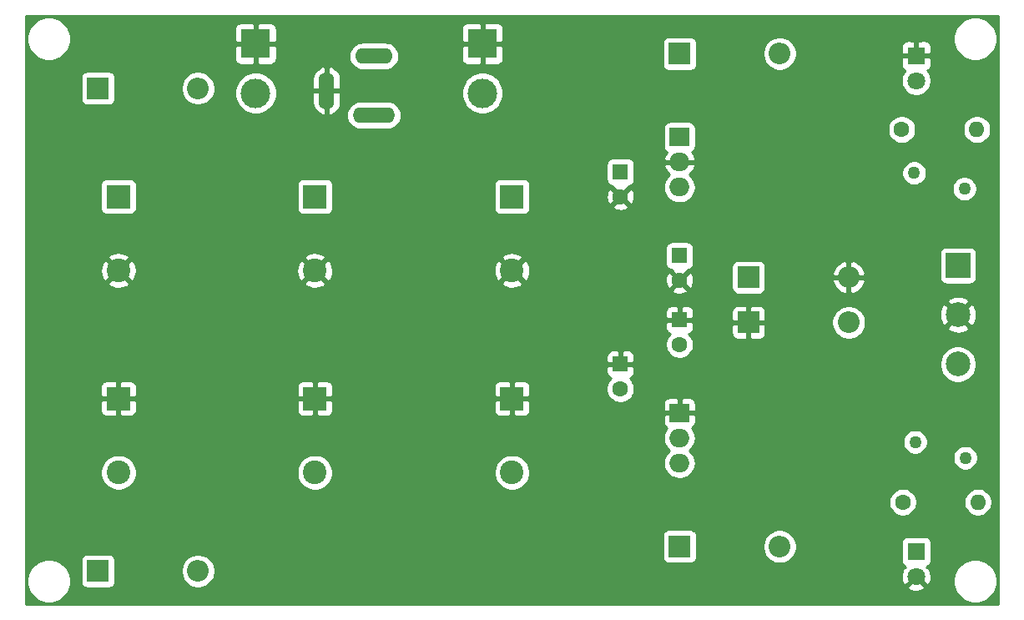
<source format=gbr>
%TF.GenerationSoftware,KiCad,Pcbnew,5.1.8-db9833491~87~ubuntu20.04.1*%
%TF.CreationDate,2020-11-20T17:59:14-05:00*%
%TF.ProjectId,mfosish_ww_supply,6d666f73-6973-4685-9f77-775f73757070,rev?*%
%TF.SameCoordinates,Original*%
%TF.FileFunction,Copper,L2,Bot*%
%TF.FilePolarity,Positive*%
%FSLAX46Y46*%
G04 Gerber Fmt 4.6, Leading zero omitted, Abs format (unit mm)*
G04 Created by KiCad (PCBNEW 5.1.8-db9833491~87~ubuntu20.04.1) date 2020-11-20 17:59:14*
%MOMM*%
%LPD*%
G01*
G04 APERTURE LIST*
%TA.AperFunction,ComponentPad*%
%ADD10O,1.600000X3.800000*%
%TD*%
%TA.AperFunction,ComponentPad*%
%ADD11O,4.300000X1.600000*%
%TD*%
%TA.AperFunction,ComponentPad*%
%ADD12O,3.800000X1.600000*%
%TD*%
%TA.AperFunction,ComponentPad*%
%ADD13C,1.600000*%
%TD*%
%TA.AperFunction,ComponentPad*%
%ADD14R,1.600000X1.600000*%
%TD*%
%TA.AperFunction,ComponentPad*%
%ADD15C,3.000000*%
%TD*%
%TA.AperFunction,ComponentPad*%
%ADD16R,3.000000X3.000000*%
%TD*%
%TA.AperFunction,ComponentPad*%
%ADD17O,2.000000X1.905000*%
%TD*%
%TA.AperFunction,ComponentPad*%
%ADD18R,2.000000X1.905000*%
%TD*%
%TA.AperFunction,ComponentPad*%
%ADD19O,2.200000X2.200000*%
%TD*%
%TA.AperFunction,ComponentPad*%
%ADD20R,2.200000X2.200000*%
%TD*%
%TA.AperFunction,ComponentPad*%
%ADD21C,2.400000*%
%TD*%
%TA.AperFunction,ComponentPad*%
%ADD22R,2.400000X2.400000*%
%TD*%
%TA.AperFunction,ComponentPad*%
%ADD23O,1.600000X1.600000*%
%TD*%
%TA.AperFunction,ComponentPad*%
%ADD24C,2.500000*%
%TD*%
%TA.AperFunction,ComponentPad*%
%ADD25R,2.500000X2.500000*%
%TD*%
%TA.AperFunction,ComponentPad*%
%ADD26C,1.270000*%
%TD*%
%TA.AperFunction,ComponentPad*%
%ADD27C,1.800000*%
%TD*%
%TA.AperFunction,ComponentPad*%
%ADD28R,1.800000X1.800000*%
%TD*%
%TA.AperFunction,Conductor*%
%ADD29C,0.254000*%
%TD*%
%TA.AperFunction,Conductor*%
%ADD30C,0.100000*%
%TD*%
G04 APERTURE END LIST*
D10*
%TO.P,J4,1*%
%TO.N,GND*%
X81200000Y-72250000D03*
D11*
%TO.P,J4,3*%
%TO.N,N/C*%
X86000000Y-74750000D03*
D12*
%TO.P,J4,2*%
%TO.N,Net-(D1-Pad2)*%
X86000000Y-68750000D03*
%TD*%
D13*
%TO.P,C7,2*%
%TO.N,GND*%
X111000000Y-83000000D03*
D14*
%TO.P,C7,1*%
%TO.N,Net-(C1-Pad1)*%
X111000000Y-80500000D03*
%TD*%
D15*
%TO.P,J3,2*%
%TO.N,Net-(D1-Pad2)*%
X97000000Y-72500000D03*
D16*
%TO.P,J3,1*%
%TO.N,GND*%
X97000000Y-67500000D03*
%TD*%
D15*
%TO.P,J1,2*%
%TO.N,Net-(D1-Pad2)*%
X74000000Y-72500000D03*
D16*
%TO.P,J1,1*%
%TO.N,GND*%
X74000000Y-67500000D03*
%TD*%
D13*
%TO.P,C8,2*%
%TO.N,Net-(C2-Pad2)*%
X111000000Y-102500000D03*
D14*
%TO.P,C8,1*%
%TO.N,GND*%
X111000000Y-100000000D03*
%TD*%
D17*
%TO.P,U2,3*%
%TO.N,Net-(C10-Pad2)*%
X117000000Y-110040000D03*
%TO.P,U2,2*%
%TO.N,Net-(C2-Pad2)*%
X117000000Y-107500000D03*
D18*
%TO.P,U2,1*%
%TO.N,GND*%
X117000000Y-104960000D03*
%TD*%
D19*
%TO.P,D4,2*%
%TO.N,Net-(C2-Pad2)*%
X127160000Y-118500000D03*
D20*
%TO.P,D4,1*%
%TO.N,Net-(C10-Pad2)*%
X117000000Y-118500000D03*
%TD*%
D21*
%TO.P,C1,2*%
%TO.N,GND*%
X60080000Y-90500000D03*
D22*
%TO.P,C1,1*%
%TO.N,Net-(C1-Pad1)*%
X60080000Y-83000000D03*
%TD*%
D17*
%TO.P,U1,3*%
%TO.N,Net-(C9-Pad1)*%
X117000000Y-82040000D03*
%TO.P,U1,2*%
%TO.N,GND*%
X117000000Y-79500000D03*
D18*
%TO.P,U1,1*%
%TO.N,Net-(C1-Pad1)*%
X117000000Y-76960000D03*
%TD*%
D23*
%TO.P,R2,2*%
%TO.N,-12V*%
X147260000Y-114000000D03*
D13*
%TO.P,R2,1*%
%TO.N,Net-(D8-Pad1)*%
X139640000Y-114000000D03*
%TD*%
D23*
%TO.P,R1,2*%
%TO.N,+12V*%
X147160000Y-76200000D03*
D13*
%TO.P,R1,1*%
%TO.N,Net-(D7-Pad2)*%
X139540000Y-76200000D03*
%TD*%
D24*
%TO.P,J2,3*%
%TO.N,-12V*%
X145250000Y-100000000D03*
%TO.P,J2,2*%
%TO.N,GND*%
X145250000Y-95000000D03*
D25*
%TO.P,J2,1*%
%TO.N,+12V*%
X145250000Y-90000000D03*
%TD*%
D26*
%TO.P,F2,1*%
%TO.N,-12V*%
X146000000Y-109500000D03*
%TO.P,F2,2*%
%TO.N,Net-(C10-Pad2)*%
X140900000Y-107900000D03*
%TD*%
%TO.P,F1,1*%
%TO.N,+12V*%
X145900000Y-82200000D03*
%TO.P,F1,2*%
%TO.N,Net-(C9-Pad1)*%
X140800000Y-80600000D03*
%TD*%
D27*
%TO.P,D8,2*%
%TO.N,GND*%
X141000000Y-121540000D03*
D28*
%TO.P,D8,1*%
%TO.N,Net-(D8-Pad1)*%
X141000000Y-119000000D03*
%TD*%
D27*
%TO.P,D7,2*%
%TO.N,Net-(D7-Pad2)*%
X141000000Y-71240000D03*
D28*
%TO.P,D7,1*%
%TO.N,GND*%
X141000000Y-68700000D03*
%TD*%
D19*
%TO.P,D6,2*%
%TO.N,Net-(C10-Pad2)*%
X134160000Y-95777712D03*
D20*
%TO.P,D6,1*%
%TO.N,GND*%
X124000000Y-95777712D03*
%TD*%
D19*
%TO.P,D5,2*%
%TO.N,GND*%
X134160000Y-91180000D03*
D20*
%TO.P,D5,1*%
%TO.N,Net-(C9-Pad1)*%
X124000000Y-91180000D03*
%TD*%
D19*
%TO.P,D3,2*%
%TO.N,Net-(C9-Pad1)*%
X127160000Y-68500000D03*
D20*
%TO.P,D3,1*%
%TO.N,Net-(C1-Pad1)*%
X117000000Y-68500000D03*
%TD*%
D19*
%TO.P,D2,2*%
%TO.N,Net-(C2-Pad2)*%
X68160000Y-121000000D03*
D20*
%TO.P,D2,1*%
%TO.N,Net-(D1-Pad2)*%
X58000000Y-121000000D03*
%TD*%
D19*
%TO.P,D1,2*%
%TO.N,Net-(D1-Pad2)*%
X68160000Y-72000000D03*
D20*
%TO.P,D1,1*%
%TO.N,Net-(C1-Pad1)*%
X58000000Y-72000000D03*
%TD*%
D13*
%TO.P,C10,2*%
%TO.N,Net-(C10-Pad2)*%
X117000000Y-98000000D03*
D14*
%TO.P,C10,1*%
%TO.N,GND*%
X117000000Y-95500000D03*
%TD*%
D13*
%TO.P,C9,2*%
%TO.N,GND*%
X117000000Y-91500000D03*
D14*
%TO.P,C9,1*%
%TO.N,Net-(C9-Pad1)*%
X117000000Y-89000000D03*
%TD*%
D21*
%TO.P,C6,2*%
%TO.N,Net-(C2-Pad2)*%
X100000000Y-111000000D03*
D22*
%TO.P,C6,1*%
%TO.N,GND*%
X100000000Y-103500000D03*
%TD*%
D21*
%TO.P,C5,2*%
%TO.N,GND*%
X100000000Y-90500000D03*
D22*
%TO.P,C5,1*%
%TO.N,Net-(C1-Pad1)*%
X100000000Y-83000000D03*
%TD*%
D21*
%TO.P,C4,2*%
%TO.N,Net-(C2-Pad2)*%
X80000000Y-111000000D03*
D22*
%TO.P,C4,1*%
%TO.N,GND*%
X80000000Y-103500000D03*
%TD*%
D21*
%TO.P,C3,2*%
%TO.N,GND*%
X80000000Y-90500000D03*
D22*
%TO.P,C3,1*%
%TO.N,Net-(C1-Pad1)*%
X80000000Y-83000000D03*
%TD*%
D21*
%TO.P,C2,2*%
%TO.N,Net-(C2-Pad2)*%
X60080000Y-111000000D03*
D22*
%TO.P,C2,1*%
%TO.N,GND*%
X60080000Y-103500000D03*
%TD*%
D29*
%TO.N,GND*%
X149340001Y-124340000D02*
X50660000Y-124340000D01*
X50660000Y-121779872D01*
X50765000Y-121779872D01*
X50765000Y-122220128D01*
X50850890Y-122651925D01*
X51019369Y-123058669D01*
X51263962Y-123424729D01*
X51575271Y-123736038D01*
X51941331Y-123980631D01*
X52348075Y-124149110D01*
X52779872Y-124235000D01*
X53220128Y-124235000D01*
X53651925Y-124149110D01*
X54058669Y-123980631D01*
X54424729Y-123736038D01*
X54736038Y-123424729D01*
X54980631Y-123058669D01*
X55149110Y-122651925D01*
X55235000Y-122220128D01*
X55235000Y-121779872D01*
X55149110Y-121348075D01*
X54980631Y-120941331D01*
X54736038Y-120575271D01*
X54424729Y-120263962D01*
X54058669Y-120019369D01*
X53770487Y-119900000D01*
X56261928Y-119900000D01*
X56261928Y-122100000D01*
X56274188Y-122224482D01*
X56310498Y-122344180D01*
X56369463Y-122454494D01*
X56448815Y-122551185D01*
X56545506Y-122630537D01*
X56655820Y-122689502D01*
X56775518Y-122725812D01*
X56900000Y-122738072D01*
X59100000Y-122738072D01*
X59224482Y-122725812D01*
X59344180Y-122689502D01*
X59454494Y-122630537D01*
X59551185Y-122551185D01*
X59630537Y-122454494D01*
X59689502Y-122344180D01*
X59725812Y-122224482D01*
X59738072Y-122100000D01*
X59738072Y-120829117D01*
X66425000Y-120829117D01*
X66425000Y-121170883D01*
X66491675Y-121506081D01*
X66622463Y-121821831D01*
X66812337Y-122105998D01*
X67054002Y-122347663D01*
X67338169Y-122537537D01*
X67653919Y-122668325D01*
X67989117Y-122735000D01*
X68330883Y-122735000D01*
X68666081Y-122668325D01*
X68821182Y-122604080D01*
X140115525Y-122604080D01*
X140199208Y-122858261D01*
X140471775Y-122989158D01*
X140764642Y-123064365D01*
X141066553Y-123080991D01*
X141365907Y-123038397D01*
X141651199Y-122938222D01*
X141800792Y-122858261D01*
X141884475Y-122604080D01*
X141000000Y-121719605D01*
X140115525Y-122604080D01*
X68821182Y-122604080D01*
X68981831Y-122537537D01*
X69265998Y-122347663D01*
X69507663Y-122105998D01*
X69697537Y-121821831D01*
X69786708Y-121606553D01*
X139459009Y-121606553D01*
X139501603Y-121905907D01*
X139601778Y-122191199D01*
X139681739Y-122340792D01*
X139935920Y-122424475D01*
X140820395Y-121540000D01*
X140806253Y-121525858D01*
X140985858Y-121346253D01*
X141000000Y-121360395D01*
X141014143Y-121346253D01*
X141193748Y-121525858D01*
X141179605Y-121540000D01*
X142064080Y-122424475D01*
X142318261Y-122340792D01*
X142449158Y-122068225D01*
X142523205Y-121779872D01*
X144765000Y-121779872D01*
X144765000Y-122220128D01*
X144850890Y-122651925D01*
X145019369Y-123058669D01*
X145263962Y-123424729D01*
X145575271Y-123736038D01*
X145941331Y-123980631D01*
X146348075Y-124149110D01*
X146779872Y-124235000D01*
X147220128Y-124235000D01*
X147651925Y-124149110D01*
X148058669Y-123980631D01*
X148424729Y-123736038D01*
X148736038Y-123424729D01*
X148980631Y-123058669D01*
X149149110Y-122651925D01*
X149235000Y-122220128D01*
X149235000Y-121779872D01*
X149149110Y-121348075D01*
X148980631Y-120941331D01*
X148736038Y-120575271D01*
X148424729Y-120263962D01*
X148058669Y-120019369D01*
X147651925Y-119850890D01*
X147220128Y-119765000D01*
X146779872Y-119765000D01*
X146348075Y-119850890D01*
X145941331Y-120019369D01*
X145575271Y-120263962D01*
X145263962Y-120575271D01*
X145019369Y-120941331D01*
X144850890Y-121348075D01*
X144765000Y-121779872D01*
X142523205Y-121779872D01*
X142524365Y-121775358D01*
X142540991Y-121473447D01*
X142498397Y-121174093D01*
X142398222Y-120888801D01*
X142318261Y-120739208D01*
X142064082Y-120655526D01*
X142180030Y-120539578D01*
X142133265Y-120492813D01*
X142144180Y-120489502D01*
X142254494Y-120430537D01*
X142351185Y-120351185D01*
X142430537Y-120254494D01*
X142489502Y-120144180D01*
X142525812Y-120024482D01*
X142538072Y-119900000D01*
X142538072Y-118100000D01*
X142525812Y-117975518D01*
X142489502Y-117855820D01*
X142430537Y-117745506D01*
X142351185Y-117648815D01*
X142254494Y-117569463D01*
X142144180Y-117510498D01*
X142024482Y-117474188D01*
X141900000Y-117461928D01*
X140100000Y-117461928D01*
X139975518Y-117474188D01*
X139855820Y-117510498D01*
X139745506Y-117569463D01*
X139648815Y-117648815D01*
X139569463Y-117745506D01*
X139510498Y-117855820D01*
X139474188Y-117975518D01*
X139461928Y-118100000D01*
X139461928Y-119900000D01*
X139474188Y-120024482D01*
X139510498Y-120144180D01*
X139569463Y-120254494D01*
X139648815Y-120351185D01*
X139745506Y-120430537D01*
X139855820Y-120489502D01*
X139866735Y-120492813D01*
X139819970Y-120539578D01*
X139935918Y-120655526D01*
X139681739Y-120739208D01*
X139550842Y-121011775D01*
X139475635Y-121304642D01*
X139459009Y-121606553D01*
X69786708Y-121606553D01*
X69828325Y-121506081D01*
X69895000Y-121170883D01*
X69895000Y-120829117D01*
X69828325Y-120493919D01*
X69697537Y-120178169D01*
X69507663Y-119894002D01*
X69265998Y-119652337D01*
X68981831Y-119462463D01*
X68666081Y-119331675D01*
X68330883Y-119265000D01*
X67989117Y-119265000D01*
X67653919Y-119331675D01*
X67338169Y-119462463D01*
X67054002Y-119652337D01*
X66812337Y-119894002D01*
X66622463Y-120178169D01*
X66491675Y-120493919D01*
X66425000Y-120829117D01*
X59738072Y-120829117D01*
X59738072Y-119900000D01*
X59725812Y-119775518D01*
X59689502Y-119655820D01*
X59630537Y-119545506D01*
X59551185Y-119448815D01*
X59454494Y-119369463D01*
X59344180Y-119310498D01*
X59224482Y-119274188D01*
X59100000Y-119261928D01*
X56900000Y-119261928D01*
X56775518Y-119274188D01*
X56655820Y-119310498D01*
X56545506Y-119369463D01*
X56448815Y-119448815D01*
X56369463Y-119545506D01*
X56310498Y-119655820D01*
X56274188Y-119775518D01*
X56261928Y-119900000D01*
X53770487Y-119900000D01*
X53651925Y-119850890D01*
X53220128Y-119765000D01*
X52779872Y-119765000D01*
X52348075Y-119850890D01*
X51941331Y-120019369D01*
X51575271Y-120263962D01*
X51263962Y-120575271D01*
X51019369Y-120941331D01*
X50850890Y-121348075D01*
X50765000Y-121779872D01*
X50660000Y-121779872D01*
X50660000Y-117400000D01*
X115261928Y-117400000D01*
X115261928Y-119600000D01*
X115274188Y-119724482D01*
X115310498Y-119844180D01*
X115369463Y-119954494D01*
X115448815Y-120051185D01*
X115545506Y-120130537D01*
X115655820Y-120189502D01*
X115775518Y-120225812D01*
X115900000Y-120238072D01*
X118100000Y-120238072D01*
X118224482Y-120225812D01*
X118344180Y-120189502D01*
X118454494Y-120130537D01*
X118551185Y-120051185D01*
X118630537Y-119954494D01*
X118689502Y-119844180D01*
X118725812Y-119724482D01*
X118738072Y-119600000D01*
X118738072Y-118329117D01*
X125425000Y-118329117D01*
X125425000Y-118670883D01*
X125491675Y-119006081D01*
X125622463Y-119321831D01*
X125812337Y-119605998D01*
X126054002Y-119847663D01*
X126338169Y-120037537D01*
X126653919Y-120168325D01*
X126989117Y-120235000D01*
X127330883Y-120235000D01*
X127666081Y-120168325D01*
X127981831Y-120037537D01*
X128265998Y-119847663D01*
X128507663Y-119605998D01*
X128697537Y-119321831D01*
X128828325Y-119006081D01*
X128895000Y-118670883D01*
X128895000Y-118329117D01*
X128828325Y-117993919D01*
X128697537Y-117678169D01*
X128507663Y-117394002D01*
X128265998Y-117152337D01*
X127981831Y-116962463D01*
X127666081Y-116831675D01*
X127330883Y-116765000D01*
X126989117Y-116765000D01*
X126653919Y-116831675D01*
X126338169Y-116962463D01*
X126054002Y-117152337D01*
X125812337Y-117394002D01*
X125622463Y-117678169D01*
X125491675Y-117993919D01*
X125425000Y-118329117D01*
X118738072Y-118329117D01*
X118738072Y-117400000D01*
X118725812Y-117275518D01*
X118689502Y-117155820D01*
X118630537Y-117045506D01*
X118551185Y-116948815D01*
X118454494Y-116869463D01*
X118344180Y-116810498D01*
X118224482Y-116774188D01*
X118100000Y-116761928D01*
X115900000Y-116761928D01*
X115775518Y-116774188D01*
X115655820Y-116810498D01*
X115545506Y-116869463D01*
X115448815Y-116948815D01*
X115369463Y-117045506D01*
X115310498Y-117155820D01*
X115274188Y-117275518D01*
X115261928Y-117400000D01*
X50660000Y-117400000D01*
X50660000Y-113858665D01*
X138205000Y-113858665D01*
X138205000Y-114141335D01*
X138260147Y-114418574D01*
X138368320Y-114679727D01*
X138525363Y-114914759D01*
X138725241Y-115114637D01*
X138960273Y-115271680D01*
X139221426Y-115379853D01*
X139498665Y-115435000D01*
X139781335Y-115435000D01*
X140058574Y-115379853D01*
X140319727Y-115271680D01*
X140554759Y-115114637D01*
X140754637Y-114914759D01*
X140911680Y-114679727D01*
X141019853Y-114418574D01*
X141075000Y-114141335D01*
X141075000Y-113858665D01*
X145825000Y-113858665D01*
X145825000Y-114141335D01*
X145880147Y-114418574D01*
X145988320Y-114679727D01*
X146145363Y-114914759D01*
X146345241Y-115114637D01*
X146580273Y-115271680D01*
X146841426Y-115379853D01*
X147118665Y-115435000D01*
X147401335Y-115435000D01*
X147678574Y-115379853D01*
X147939727Y-115271680D01*
X148174759Y-115114637D01*
X148374637Y-114914759D01*
X148531680Y-114679727D01*
X148639853Y-114418574D01*
X148695000Y-114141335D01*
X148695000Y-113858665D01*
X148639853Y-113581426D01*
X148531680Y-113320273D01*
X148374637Y-113085241D01*
X148174759Y-112885363D01*
X147939727Y-112728320D01*
X147678574Y-112620147D01*
X147401335Y-112565000D01*
X147118665Y-112565000D01*
X146841426Y-112620147D01*
X146580273Y-112728320D01*
X146345241Y-112885363D01*
X146145363Y-113085241D01*
X145988320Y-113320273D01*
X145880147Y-113581426D01*
X145825000Y-113858665D01*
X141075000Y-113858665D01*
X141019853Y-113581426D01*
X140911680Y-113320273D01*
X140754637Y-113085241D01*
X140554759Y-112885363D01*
X140319727Y-112728320D01*
X140058574Y-112620147D01*
X139781335Y-112565000D01*
X139498665Y-112565000D01*
X139221426Y-112620147D01*
X138960273Y-112728320D01*
X138725241Y-112885363D01*
X138525363Y-113085241D01*
X138368320Y-113320273D01*
X138260147Y-113581426D01*
X138205000Y-113858665D01*
X50660000Y-113858665D01*
X50660000Y-110819268D01*
X58245000Y-110819268D01*
X58245000Y-111180732D01*
X58315518Y-111535250D01*
X58453844Y-111869199D01*
X58654662Y-112169744D01*
X58910256Y-112425338D01*
X59210801Y-112626156D01*
X59544750Y-112764482D01*
X59899268Y-112835000D01*
X60260732Y-112835000D01*
X60615250Y-112764482D01*
X60949199Y-112626156D01*
X61249744Y-112425338D01*
X61505338Y-112169744D01*
X61706156Y-111869199D01*
X61844482Y-111535250D01*
X61915000Y-111180732D01*
X61915000Y-110819268D01*
X78165000Y-110819268D01*
X78165000Y-111180732D01*
X78235518Y-111535250D01*
X78373844Y-111869199D01*
X78574662Y-112169744D01*
X78830256Y-112425338D01*
X79130801Y-112626156D01*
X79464750Y-112764482D01*
X79819268Y-112835000D01*
X80180732Y-112835000D01*
X80535250Y-112764482D01*
X80869199Y-112626156D01*
X81169744Y-112425338D01*
X81425338Y-112169744D01*
X81626156Y-111869199D01*
X81764482Y-111535250D01*
X81835000Y-111180732D01*
X81835000Y-110819268D01*
X98165000Y-110819268D01*
X98165000Y-111180732D01*
X98235518Y-111535250D01*
X98373844Y-111869199D01*
X98574662Y-112169744D01*
X98830256Y-112425338D01*
X99130801Y-112626156D01*
X99464750Y-112764482D01*
X99819268Y-112835000D01*
X100180732Y-112835000D01*
X100535250Y-112764482D01*
X100869199Y-112626156D01*
X101169744Y-112425338D01*
X101425338Y-112169744D01*
X101626156Y-111869199D01*
X101764482Y-111535250D01*
X101835000Y-111180732D01*
X101835000Y-110819268D01*
X101764482Y-110464750D01*
X101626156Y-110130801D01*
X101425338Y-109830256D01*
X101169744Y-109574662D01*
X100869199Y-109373844D01*
X100535250Y-109235518D01*
X100180732Y-109165000D01*
X99819268Y-109165000D01*
X99464750Y-109235518D01*
X99130801Y-109373844D01*
X98830256Y-109574662D01*
X98574662Y-109830256D01*
X98373844Y-110130801D01*
X98235518Y-110464750D01*
X98165000Y-110819268D01*
X81835000Y-110819268D01*
X81764482Y-110464750D01*
X81626156Y-110130801D01*
X81425338Y-109830256D01*
X81169744Y-109574662D01*
X80869199Y-109373844D01*
X80535250Y-109235518D01*
X80180732Y-109165000D01*
X79819268Y-109165000D01*
X79464750Y-109235518D01*
X79130801Y-109373844D01*
X78830256Y-109574662D01*
X78574662Y-109830256D01*
X78373844Y-110130801D01*
X78235518Y-110464750D01*
X78165000Y-110819268D01*
X61915000Y-110819268D01*
X61844482Y-110464750D01*
X61706156Y-110130801D01*
X61505338Y-109830256D01*
X61249744Y-109574662D01*
X60949199Y-109373844D01*
X60615250Y-109235518D01*
X60260732Y-109165000D01*
X59899268Y-109165000D01*
X59544750Y-109235518D01*
X59210801Y-109373844D01*
X58910256Y-109574662D01*
X58654662Y-109830256D01*
X58453844Y-110130801D01*
X58315518Y-110464750D01*
X58245000Y-110819268D01*
X50660000Y-110819268D01*
X50660000Y-107500000D01*
X115357319Y-107500000D01*
X115387970Y-107811204D01*
X115478745Y-108110449D01*
X115626155Y-108386235D01*
X115824537Y-108627963D01*
X115997609Y-108770000D01*
X115824537Y-108912037D01*
X115626155Y-109153765D01*
X115478745Y-109429551D01*
X115387970Y-109728796D01*
X115357319Y-110040000D01*
X115387970Y-110351204D01*
X115478745Y-110650449D01*
X115626155Y-110926235D01*
X115824537Y-111167963D01*
X116066265Y-111366345D01*
X116342051Y-111513755D01*
X116641296Y-111604530D01*
X116874514Y-111627500D01*
X117125486Y-111627500D01*
X117358704Y-111604530D01*
X117657949Y-111513755D01*
X117933735Y-111366345D01*
X118175463Y-111167963D01*
X118373845Y-110926235D01*
X118521255Y-110650449D01*
X118612030Y-110351204D01*
X118642681Y-110040000D01*
X118612030Y-109728796D01*
X118521255Y-109429551D01*
X118492053Y-109374916D01*
X144730000Y-109374916D01*
X144730000Y-109625084D01*
X144778805Y-109870445D01*
X144874541Y-110101571D01*
X145013527Y-110309578D01*
X145190422Y-110486473D01*
X145398429Y-110625459D01*
X145629555Y-110721195D01*
X145874916Y-110770000D01*
X146125084Y-110770000D01*
X146370445Y-110721195D01*
X146601571Y-110625459D01*
X146809578Y-110486473D01*
X146986473Y-110309578D01*
X147125459Y-110101571D01*
X147221195Y-109870445D01*
X147270000Y-109625084D01*
X147270000Y-109374916D01*
X147221195Y-109129555D01*
X147125459Y-108898429D01*
X146986473Y-108690422D01*
X146809578Y-108513527D01*
X146601571Y-108374541D01*
X146370445Y-108278805D01*
X146125084Y-108230000D01*
X145874916Y-108230000D01*
X145629555Y-108278805D01*
X145398429Y-108374541D01*
X145190422Y-108513527D01*
X145013527Y-108690422D01*
X144874541Y-108898429D01*
X144778805Y-109129555D01*
X144730000Y-109374916D01*
X118492053Y-109374916D01*
X118373845Y-109153765D01*
X118175463Y-108912037D01*
X118002391Y-108770000D01*
X118175463Y-108627963D01*
X118373845Y-108386235D01*
X118521255Y-108110449D01*
X118612030Y-107811204D01*
X118615604Y-107774916D01*
X139630000Y-107774916D01*
X139630000Y-108025084D01*
X139678805Y-108270445D01*
X139774541Y-108501571D01*
X139913527Y-108709578D01*
X140090422Y-108886473D01*
X140298429Y-109025459D01*
X140529555Y-109121195D01*
X140774916Y-109170000D01*
X141025084Y-109170000D01*
X141270445Y-109121195D01*
X141501571Y-109025459D01*
X141709578Y-108886473D01*
X141886473Y-108709578D01*
X142025459Y-108501571D01*
X142121195Y-108270445D01*
X142170000Y-108025084D01*
X142170000Y-107774916D01*
X142121195Y-107529555D01*
X142025459Y-107298429D01*
X141886473Y-107090422D01*
X141709578Y-106913527D01*
X141501571Y-106774541D01*
X141270445Y-106678805D01*
X141025084Y-106630000D01*
X140774916Y-106630000D01*
X140529555Y-106678805D01*
X140298429Y-106774541D01*
X140090422Y-106913527D01*
X139913527Y-107090422D01*
X139774541Y-107298429D01*
X139678805Y-107529555D01*
X139630000Y-107774916D01*
X118615604Y-107774916D01*
X118642681Y-107500000D01*
X118612030Y-107188796D01*
X118521255Y-106889551D01*
X118373845Y-106613765D01*
X118270554Y-106487905D01*
X118354494Y-106443037D01*
X118451185Y-106363685D01*
X118530537Y-106266994D01*
X118589502Y-106156680D01*
X118625812Y-106036982D01*
X118638072Y-105912500D01*
X118635000Y-105245750D01*
X118476250Y-105087000D01*
X117127000Y-105087000D01*
X117127000Y-105107000D01*
X116873000Y-105107000D01*
X116873000Y-105087000D01*
X115523750Y-105087000D01*
X115365000Y-105245750D01*
X115361928Y-105912500D01*
X115374188Y-106036982D01*
X115410498Y-106156680D01*
X115469463Y-106266994D01*
X115548815Y-106363685D01*
X115645506Y-106443037D01*
X115729446Y-106487905D01*
X115626155Y-106613765D01*
X115478745Y-106889551D01*
X115387970Y-107188796D01*
X115357319Y-107500000D01*
X50660000Y-107500000D01*
X50660000Y-104700000D01*
X58241928Y-104700000D01*
X58254188Y-104824482D01*
X58290498Y-104944180D01*
X58349463Y-105054494D01*
X58428815Y-105151185D01*
X58525506Y-105230537D01*
X58635820Y-105289502D01*
X58755518Y-105325812D01*
X58880000Y-105338072D01*
X59794250Y-105335000D01*
X59953000Y-105176250D01*
X59953000Y-103627000D01*
X60207000Y-103627000D01*
X60207000Y-105176250D01*
X60365750Y-105335000D01*
X61280000Y-105338072D01*
X61404482Y-105325812D01*
X61524180Y-105289502D01*
X61634494Y-105230537D01*
X61731185Y-105151185D01*
X61810537Y-105054494D01*
X61869502Y-104944180D01*
X61905812Y-104824482D01*
X61918072Y-104700000D01*
X78161928Y-104700000D01*
X78174188Y-104824482D01*
X78210498Y-104944180D01*
X78269463Y-105054494D01*
X78348815Y-105151185D01*
X78445506Y-105230537D01*
X78555820Y-105289502D01*
X78675518Y-105325812D01*
X78800000Y-105338072D01*
X79714250Y-105335000D01*
X79873000Y-105176250D01*
X79873000Y-103627000D01*
X80127000Y-103627000D01*
X80127000Y-105176250D01*
X80285750Y-105335000D01*
X81200000Y-105338072D01*
X81324482Y-105325812D01*
X81444180Y-105289502D01*
X81554494Y-105230537D01*
X81651185Y-105151185D01*
X81730537Y-105054494D01*
X81789502Y-104944180D01*
X81825812Y-104824482D01*
X81838072Y-104700000D01*
X98161928Y-104700000D01*
X98174188Y-104824482D01*
X98210498Y-104944180D01*
X98269463Y-105054494D01*
X98348815Y-105151185D01*
X98445506Y-105230537D01*
X98555820Y-105289502D01*
X98675518Y-105325812D01*
X98800000Y-105338072D01*
X99714250Y-105335000D01*
X99873000Y-105176250D01*
X99873000Y-103627000D01*
X100127000Y-103627000D01*
X100127000Y-105176250D01*
X100285750Y-105335000D01*
X101200000Y-105338072D01*
X101324482Y-105325812D01*
X101444180Y-105289502D01*
X101554494Y-105230537D01*
X101651185Y-105151185D01*
X101730537Y-105054494D01*
X101789502Y-104944180D01*
X101825812Y-104824482D01*
X101838072Y-104700000D01*
X101835746Y-104007500D01*
X115361928Y-104007500D01*
X115365000Y-104674250D01*
X115523750Y-104833000D01*
X116873000Y-104833000D01*
X116873000Y-103531250D01*
X117127000Y-103531250D01*
X117127000Y-104833000D01*
X118476250Y-104833000D01*
X118635000Y-104674250D01*
X118638072Y-104007500D01*
X118625812Y-103883018D01*
X118589502Y-103763320D01*
X118530537Y-103653006D01*
X118451185Y-103556315D01*
X118354494Y-103476963D01*
X118244180Y-103417998D01*
X118124482Y-103381688D01*
X118000000Y-103369428D01*
X117285750Y-103372500D01*
X117127000Y-103531250D01*
X116873000Y-103531250D01*
X116714250Y-103372500D01*
X116000000Y-103369428D01*
X115875518Y-103381688D01*
X115755820Y-103417998D01*
X115645506Y-103476963D01*
X115548815Y-103556315D01*
X115469463Y-103653006D01*
X115410498Y-103763320D01*
X115374188Y-103883018D01*
X115361928Y-104007500D01*
X101835746Y-104007500D01*
X101835000Y-103785750D01*
X101676250Y-103627000D01*
X100127000Y-103627000D01*
X99873000Y-103627000D01*
X98323750Y-103627000D01*
X98165000Y-103785750D01*
X98161928Y-104700000D01*
X81838072Y-104700000D01*
X81835000Y-103785750D01*
X81676250Y-103627000D01*
X80127000Y-103627000D01*
X79873000Y-103627000D01*
X78323750Y-103627000D01*
X78165000Y-103785750D01*
X78161928Y-104700000D01*
X61918072Y-104700000D01*
X61915000Y-103785750D01*
X61756250Y-103627000D01*
X60207000Y-103627000D01*
X59953000Y-103627000D01*
X58403750Y-103627000D01*
X58245000Y-103785750D01*
X58241928Y-104700000D01*
X50660000Y-104700000D01*
X50660000Y-102300000D01*
X58241928Y-102300000D01*
X58245000Y-103214250D01*
X58403750Y-103373000D01*
X59953000Y-103373000D01*
X59953000Y-101823750D01*
X60207000Y-101823750D01*
X60207000Y-103373000D01*
X61756250Y-103373000D01*
X61915000Y-103214250D01*
X61918072Y-102300000D01*
X78161928Y-102300000D01*
X78165000Y-103214250D01*
X78323750Y-103373000D01*
X79873000Y-103373000D01*
X79873000Y-101823750D01*
X80127000Y-101823750D01*
X80127000Y-103373000D01*
X81676250Y-103373000D01*
X81835000Y-103214250D01*
X81838072Y-102300000D01*
X98161928Y-102300000D01*
X98165000Y-103214250D01*
X98323750Y-103373000D01*
X99873000Y-103373000D01*
X99873000Y-101823750D01*
X100127000Y-101823750D01*
X100127000Y-103373000D01*
X101676250Y-103373000D01*
X101835000Y-103214250D01*
X101838072Y-102300000D01*
X101825812Y-102175518D01*
X101789502Y-102055820D01*
X101730537Y-101945506D01*
X101651185Y-101848815D01*
X101554494Y-101769463D01*
X101444180Y-101710498D01*
X101324482Y-101674188D01*
X101200000Y-101661928D01*
X100285750Y-101665000D01*
X100127000Y-101823750D01*
X99873000Y-101823750D01*
X99714250Y-101665000D01*
X98800000Y-101661928D01*
X98675518Y-101674188D01*
X98555820Y-101710498D01*
X98445506Y-101769463D01*
X98348815Y-101848815D01*
X98269463Y-101945506D01*
X98210498Y-102055820D01*
X98174188Y-102175518D01*
X98161928Y-102300000D01*
X81838072Y-102300000D01*
X81825812Y-102175518D01*
X81789502Y-102055820D01*
X81730537Y-101945506D01*
X81651185Y-101848815D01*
X81554494Y-101769463D01*
X81444180Y-101710498D01*
X81324482Y-101674188D01*
X81200000Y-101661928D01*
X80285750Y-101665000D01*
X80127000Y-101823750D01*
X79873000Y-101823750D01*
X79714250Y-101665000D01*
X78800000Y-101661928D01*
X78675518Y-101674188D01*
X78555820Y-101710498D01*
X78445506Y-101769463D01*
X78348815Y-101848815D01*
X78269463Y-101945506D01*
X78210498Y-102055820D01*
X78174188Y-102175518D01*
X78161928Y-102300000D01*
X61918072Y-102300000D01*
X61905812Y-102175518D01*
X61869502Y-102055820D01*
X61810537Y-101945506D01*
X61731185Y-101848815D01*
X61634494Y-101769463D01*
X61524180Y-101710498D01*
X61404482Y-101674188D01*
X61280000Y-101661928D01*
X60365750Y-101665000D01*
X60207000Y-101823750D01*
X59953000Y-101823750D01*
X59794250Y-101665000D01*
X58880000Y-101661928D01*
X58755518Y-101674188D01*
X58635820Y-101710498D01*
X58525506Y-101769463D01*
X58428815Y-101848815D01*
X58349463Y-101945506D01*
X58290498Y-102055820D01*
X58254188Y-102175518D01*
X58241928Y-102300000D01*
X50660000Y-102300000D01*
X50660000Y-100800000D01*
X109561928Y-100800000D01*
X109574188Y-100924482D01*
X109610498Y-101044180D01*
X109669463Y-101154494D01*
X109748815Y-101251185D01*
X109845506Y-101330537D01*
X109955820Y-101389502D01*
X110051943Y-101418661D01*
X109885363Y-101585241D01*
X109728320Y-101820273D01*
X109620147Y-102081426D01*
X109565000Y-102358665D01*
X109565000Y-102641335D01*
X109620147Y-102918574D01*
X109728320Y-103179727D01*
X109885363Y-103414759D01*
X110085241Y-103614637D01*
X110320273Y-103771680D01*
X110581426Y-103879853D01*
X110858665Y-103935000D01*
X111141335Y-103935000D01*
X111418574Y-103879853D01*
X111679727Y-103771680D01*
X111914759Y-103614637D01*
X112114637Y-103414759D01*
X112271680Y-103179727D01*
X112379853Y-102918574D01*
X112435000Y-102641335D01*
X112435000Y-102358665D01*
X112379853Y-102081426D01*
X112271680Y-101820273D01*
X112114637Y-101585241D01*
X111948057Y-101418661D01*
X112044180Y-101389502D01*
X112154494Y-101330537D01*
X112251185Y-101251185D01*
X112330537Y-101154494D01*
X112389502Y-101044180D01*
X112425812Y-100924482D01*
X112438072Y-100800000D01*
X112435000Y-100285750D01*
X112276250Y-100127000D01*
X111127000Y-100127000D01*
X111127000Y-100147000D01*
X110873000Y-100147000D01*
X110873000Y-100127000D01*
X109723750Y-100127000D01*
X109565000Y-100285750D01*
X109561928Y-100800000D01*
X50660000Y-100800000D01*
X50660000Y-99200000D01*
X109561928Y-99200000D01*
X109565000Y-99714250D01*
X109723750Y-99873000D01*
X110873000Y-99873000D01*
X110873000Y-98723750D01*
X111127000Y-98723750D01*
X111127000Y-99873000D01*
X112276250Y-99873000D01*
X112334906Y-99814344D01*
X143365000Y-99814344D01*
X143365000Y-100185656D01*
X143437439Y-100549834D01*
X143579534Y-100892882D01*
X143785825Y-101201618D01*
X144048382Y-101464175D01*
X144357118Y-101670466D01*
X144700166Y-101812561D01*
X145064344Y-101885000D01*
X145435656Y-101885000D01*
X145799834Y-101812561D01*
X146142882Y-101670466D01*
X146451618Y-101464175D01*
X146714175Y-101201618D01*
X146920466Y-100892882D01*
X147062561Y-100549834D01*
X147135000Y-100185656D01*
X147135000Y-99814344D01*
X147062561Y-99450166D01*
X146920466Y-99107118D01*
X146714175Y-98798382D01*
X146451618Y-98535825D01*
X146142882Y-98329534D01*
X145799834Y-98187439D01*
X145435656Y-98115000D01*
X145064344Y-98115000D01*
X144700166Y-98187439D01*
X144357118Y-98329534D01*
X144048382Y-98535825D01*
X143785825Y-98798382D01*
X143579534Y-99107118D01*
X143437439Y-99450166D01*
X143365000Y-99814344D01*
X112334906Y-99814344D01*
X112435000Y-99714250D01*
X112438072Y-99200000D01*
X112425812Y-99075518D01*
X112389502Y-98955820D01*
X112330537Y-98845506D01*
X112251185Y-98748815D01*
X112154494Y-98669463D01*
X112044180Y-98610498D01*
X111924482Y-98574188D01*
X111800000Y-98561928D01*
X111285750Y-98565000D01*
X111127000Y-98723750D01*
X110873000Y-98723750D01*
X110714250Y-98565000D01*
X110200000Y-98561928D01*
X110075518Y-98574188D01*
X109955820Y-98610498D01*
X109845506Y-98669463D01*
X109748815Y-98748815D01*
X109669463Y-98845506D01*
X109610498Y-98955820D01*
X109574188Y-99075518D01*
X109561928Y-99200000D01*
X50660000Y-99200000D01*
X50660000Y-96300000D01*
X115561928Y-96300000D01*
X115574188Y-96424482D01*
X115610498Y-96544180D01*
X115669463Y-96654494D01*
X115748815Y-96751185D01*
X115845506Y-96830537D01*
X115955820Y-96889502D01*
X116051943Y-96918661D01*
X115885363Y-97085241D01*
X115728320Y-97320273D01*
X115620147Y-97581426D01*
X115565000Y-97858665D01*
X115565000Y-98141335D01*
X115620147Y-98418574D01*
X115728320Y-98679727D01*
X115885363Y-98914759D01*
X116085241Y-99114637D01*
X116320273Y-99271680D01*
X116581426Y-99379853D01*
X116858665Y-99435000D01*
X117141335Y-99435000D01*
X117418574Y-99379853D01*
X117679727Y-99271680D01*
X117914759Y-99114637D01*
X118114637Y-98914759D01*
X118271680Y-98679727D01*
X118379853Y-98418574D01*
X118435000Y-98141335D01*
X118435000Y-97858665D01*
X118379853Y-97581426D01*
X118271680Y-97320273D01*
X118114637Y-97085241D01*
X117948057Y-96918661D01*
X118044180Y-96889502D01*
X118066237Y-96877712D01*
X122261928Y-96877712D01*
X122274188Y-97002194D01*
X122310498Y-97121892D01*
X122369463Y-97232206D01*
X122448815Y-97328897D01*
X122545506Y-97408249D01*
X122655820Y-97467214D01*
X122775518Y-97503524D01*
X122900000Y-97515784D01*
X123714250Y-97512712D01*
X123873000Y-97353962D01*
X123873000Y-95904712D01*
X124127000Y-95904712D01*
X124127000Y-97353962D01*
X124285750Y-97512712D01*
X125100000Y-97515784D01*
X125224482Y-97503524D01*
X125344180Y-97467214D01*
X125454494Y-97408249D01*
X125551185Y-97328897D01*
X125630537Y-97232206D01*
X125689502Y-97121892D01*
X125725812Y-97002194D01*
X125738072Y-96877712D01*
X125735000Y-96063462D01*
X125576250Y-95904712D01*
X124127000Y-95904712D01*
X123873000Y-95904712D01*
X122423750Y-95904712D01*
X122265000Y-96063462D01*
X122261928Y-96877712D01*
X118066237Y-96877712D01*
X118154494Y-96830537D01*
X118251185Y-96751185D01*
X118330537Y-96654494D01*
X118389502Y-96544180D01*
X118425812Y-96424482D01*
X118438072Y-96300000D01*
X118435000Y-95785750D01*
X118276250Y-95627000D01*
X117127000Y-95627000D01*
X117127000Y-95647000D01*
X116873000Y-95647000D01*
X116873000Y-95627000D01*
X115723750Y-95627000D01*
X115565000Y-95785750D01*
X115561928Y-96300000D01*
X50660000Y-96300000D01*
X50660000Y-94700000D01*
X115561928Y-94700000D01*
X115565000Y-95214250D01*
X115723750Y-95373000D01*
X116873000Y-95373000D01*
X116873000Y-94223750D01*
X117127000Y-94223750D01*
X117127000Y-95373000D01*
X118276250Y-95373000D01*
X118435000Y-95214250D01*
X118438072Y-94700000D01*
X118435877Y-94677712D01*
X122261928Y-94677712D01*
X122265000Y-95491962D01*
X122423750Y-95650712D01*
X123873000Y-95650712D01*
X123873000Y-94201462D01*
X124127000Y-94201462D01*
X124127000Y-95650712D01*
X125576250Y-95650712D01*
X125620133Y-95606829D01*
X132425000Y-95606829D01*
X132425000Y-95948595D01*
X132491675Y-96283793D01*
X132622463Y-96599543D01*
X132812337Y-96883710D01*
X133054002Y-97125375D01*
X133338169Y-97315249D01*
X133653919Y-97446037D01*
X133989117Y-97512712D01*
X134330883Y-97512712D01*
X134666081Y-97446037D01*
X134981831Y-97315249D01*
X135265998Y-97125375D01*
X135507663Y-96883710D01*
X135697537Y-96599543D01*
X135815976Y-96313605D01*
X144116000Y-96313605D01*
X144241914Y-96603577D01*
X144574126Y-96769433D01*
X144932312Y-96867290D01*
X145302706Y-96893389D01*
X145671075Y-96846725D01*
X146023262Y-96729094D01*
X146258086Y-96603577D01*
X146384000Y-96313605D01*
X145250000Y-95179605D01*
X144116000Y-96313605D01*
X135815976Y-96313605D01*
X135828325Y-96283793D01*
X135895000Y-95948595D01*
X135895000Y-95606829D01*
X135828325Y-95271631D01*
X135737644Y-95052706D01*
X143356611Y-95052706D01*
X143403275Y-95421075D01*
X143520906Y-95773262D01*
X143646423Y-96008086D01*
X143936395Y-96134000D01*
X145070395Y-95000000D01*
X145429605Y-95000000D01*
X146563605Y-96134000D01*
X146853577Y-96008086D01*
X147019433Y-95675874D01*
X147117290Y-95317688D01*
X147143389Y-94947294D01*
X147096725Y-94578925D01*
X146979094Y-94226738D01*
X146853577Y-93991914D01*
X146563605Y-93866000D01*
X145429605Y-95000000D01*
X145070395Y-95000000D01*
X143936395Y-93866000D01*
X143646423Y-93991914D01*
X143480567Y-94324126D01*
X143382710Y-94682312D01*
X143356611Y-95052706D01*
X135737644Y-95052706D01*
X135697537Y-94955881D01*
X135507663Y-94671714D01*
X135265998Y-94430049D01*
X134981831Y-94240175D01*
X134666081Y-94109387D01*
X134330883Y-94042712D01*
X133989117Y-94042712D01*
X133653919Y-94109387D01*
X133338169Y-94240175D01*
X133054002Y-94430049D01*
X132812337Y-94671714D01*
X132622463Y-94955881D01*
X132491675Y-95271631D01*
X132425000Y-95606829D01*
X125620133Y-95606829D01*
X125735000Y-95491962D01*
X125738072Y-94677712D01*
X125725812Y-94553230D01*
X125689502Y-94433532D01*
X125630537Y-94323218D01*
X125551185Y-94226527D01*
X125454494Y-94147175D01*
X125344180Y-94088210D01*
X125224482Y-94051900D01*
X125100000Y-94039640D01*
X124285750Y-94042712D01*
X124127000Y-94201462D01*
X123873000Y-94201462D01*
X123714250Y-94042712D01*
X122900000Y-94039640D01*
X122775518Y-94051900D01*
X122655820Y-94088210D01*
X122545506Y-94147175D01*
X122448815Y-94226527D01*
X122369463Y-94323218D01*
X122310498Y-94433532D01*
X122274188Y-94553230D01*
X122261928Y-94677712D01*
X118435877Y-94677712D01*
X118425812Y-94575518D01*
X118389502Y-94455820D01*
X118330537Y-94345506D01*
X118251185Y-94248815D01*
X118154494Y-94169463D01*
X118044180Y-94110498D01*
X117924482Y-94074188D01*
X117800000Y-94061928D01*
X117285750Y-94065000D01*
X117127000Y-94223750D01*
X116873000Y-94223750D01*
X116714250Y-94065000D01*
X116200000Y-94061928D01*
X116075518Y-94074188D01*
X115955820Y-94110498D01*
X115845506Y-94169463D01*
X115748815Y-94248815D01*
X115669463Y-94345506D01*
X115610498Y-94455820D01*
X115574188Y-94575518D01*
X115561928Y-94700000D01*
X50660000Y-94700000D01*
X50660000Y-93686395D01*
X144116000Y-93686395D01*
X145250000Y-94820395D01*
X146384000Y-93686395D01*
X146258086Y-93396423D01*
X145925874Y-93230567D01*
X145567688Y-93132710D01*
X145197294Y-93106611D01*
X144828925Y-93153275D01*
X144476738Y-93270906D01*
X144241914Y-93396423D01*
X144116000Y-93686395D01*
X50660000Y-93686395D01*
X50660000Y-92492702D01*
X116186903Y-92492702D01*
X116258486Y-92736671D01*
X116513996Y-92857571D01*
X116788184Y-92926300D01*
X117070512Y-92940217D01*
X117350130Y-92898787D01*
X117616292Y-92803603D01*
X117741514Y-92736671D01*
X117813097Y-92492702D01*
X117000000Y-91679605D01*
X116186903Y-92492702D01*
X50660000Y-92492702D01*
X50660000Y-91777980D01*
X58981626Y-91777980D01*
X59101514Y-92062836D01*
X59425210Y-92223699D01*
X59774069Y-92318322D01*
X60134684Y-92343067D01*
X60493198Y-92296985D01*
X60835833Y-92181846D01*
X61058486Y-92062836D01*
X61178374Y-91777980D01*
X78901626Y-91777980D01*
X79021514Y-92062836D01*
X79345210Y-92223699D01*
X79694069Y-92318322D01*
X80054684Y-92343067D01*
X80413198Y-92296985D01*
X80755833Y-92181846D01*
X80978486Y-92062836D01*
X81098374Y-91777980D01*
X98901626Y-91777980D01*
X99021514Y-92062836D01*
X99345210Y-92223699D01*
X99694069Y-92318322D01*
X100054684Y-92343067D01*
X100413198Y-92296985D01*
X100755833Y-92181846D01*
X100978486Y-92062836D01*
X101098374Y-91777980D01*
X100000000Y-90679605D01*
X98901626Y-91777980D01*
X81098374Y-91777980D01*
X80000000Y-90679605D01*
X78901626Y-91777980D01*
X61178374Y-91777980D01*
X60080000Y-90679605D01*
X58981626Y-91777980D01*
X50660000Y-91777980D01*
X50660000Y-90554684D01*
X58236933Y-90554684D01*
X58283015Y-90913198D01*
X58398154Y-91255833D01*
X58517164Y-91478486D01*
X58802020Y-91598374D01*
X59900395Y-90500000D01*
X60259605Y-90500000D01*
X61357980Y-91598374D01*
X61642836Y-91478486D01*
X61803699Y-91154790D01*
X61898322Y-90805931D01*
X61915562Y-90554684D01*
X78156933Y-90554684D01*
X78203015Y-90913198D01*
X78318154Y-91255833D01*
X78437164Y-91478486D01*
X78722020Y-91598374D01*
X79820395Y-90500000D01*
X80179605Y-90500000D01*
X81277980Y-91598374D01*
X81562836Y-91478486D01*
X81723699Y-91154790D01*
X81818322Y-90805931D01*
X81835562Y-90554684D01*
X98156933Y-90554684D01*
X98203015Y-90913198D01*
X98318154Y-91255833D01*
X98437164Y-91478486D01*
X98722020Y-91598374D01*
X99820395Y-90500000D01*
X100179605Y-90500000D01*
X101277980Y-91598374D01*
X101344180Y-91570512D01*
X115559783Y-91570512D01*
X115601213Y-91850130D01*
X115696397Y-92116292D01*
X115763329Y-92241514D01*
X116007298Y-92313097D01*
X116820395Y-91500000D01*
X117179605Y-91500000D01*
X117992702Y-92313097D01*
X118236671Y-92241514D01*
X118357571Y-91986004D01*
X118426300Y-91711816D01*
X118440217Y-91429488D01*
X118398787Y-91149870D01*
X118303603Y-90883708D01*
X118236671Y-90758486D01*
X117992702Y-90686903D01*
X117179605Y-91500000D01*
X116820395Y-91500000D01*
X116007298Y-90686903D01*
X115763329Y-90758486D01*
X115642429Y-91013996D01*
X115573700Y-91288184D01*
X115559783Y-91570512D01*
X101344180Y-91570512D01*
X101562836Y-91478486D01*
X101723699Y-91154790D01*
X101818322Y-90805931D01*
X101843067Y-90445316D01*
X101796985Y-90086802D01*
X101681846Y-89744167D01*
X101562836Y-89521514D01*
X101277980Y-89401626D01*
X100179605Y-90500000D01*
X99820395Y-90500000D01*
X98722020Y-89401626D01*
X98437164Y-89521514D01*
X98276301Y-89845210D01*
X98181678Y-90194069D01*
X98156933Y-90554684D01*
X81835562Y-90554684D01*
X81843067Y-90445316D01*
X81796985Y-90086802D01*
X81681846Y-89744167D01*
X81562836Y-89521514D01*
X81277980Y-89401626D01*
X80179605Y-90500000D01*
X79820395Y-90500000D01*
X78722020Y-89401626D01*
X78437164Y-89521514D01*
X78276301Y-89845210D01*
X78181678Y-90194069D01*
X78156933Y-90554684D01*
X61915562Y-90554684D01*
X61923067Y-90445316D01*
X61876985Y-90086802D01*
X61761846Y-89744167D01*
X61642836Y-89521514D01*
X61357980Y-89401626D01*
X60259605Y-90500000D01*
X59900395Y-90500000D01*
X58802020Y-89401626D01*
X58517164Y-89521514D01*
X58356301Y-89845210D01*
X58261678Y-90194069D01*
X58236933Y-90554684D01*
X50660000Y-90554684D01*
X50660000Y-89222020D01*
X58981626Y-89222020D01*
X60080000Y-90320395D01*
X61178374Y-89222020D01*
X78901626Y-89222020D01*
X80000000Y-90320395D01*
X81098374Y-89222020D01*
X98901626Y-89222020D01*
X100000000Y-90320395D01*
X101098374Y-89222020D01*
X100978486Y-88937164D01*
X100654790Y-88776301D01*
X100305931Y-88681678D01*
X99945316Y-88656933D01*
X99586802Y-88703015D01*
X99244167Y-88818154D01*
X99021514Y-88937164D01*
X98901626Y-89222020D01*
X81098374Y-89222020D01*
X80978486Y-88937164D01*
X80654790Y-88776301D01*
X80305931Y-88681678D01*
X79945316Y-88656933D01*
X79586802Y-88703015D01*
X79244167Y-88818154D01*
X79021514Y-88937164D01*
X78901626Y-89222020D01*
X61178374Y-89222020D01*
X61058486Y-88937164D01*
X60734790Y-88776301D01*
X60385931Y-88681678D01*
X60025316Y-88656933D01*
X59666802Y-88703015D01*
X59324167Y-88818154D01*
X59101514Y-88937164D01*
X58981626Y-89222020D01*
X50660000Y-89222020D01*
X50660000Y-88200000D01*
X115561928Y-88200000D01*
X115561928Y-89800000D01*
X115574188Y-89924482D01*
X115610498Y-90044180D01*
X115669463Y-90154494D01*
X115748815Y-90251185D01*
X115845506Y-90330537D01*
X115955820Y-90389502D01*
X116075518Y-90425812D01*
X116200000Y-90438072D01*
X116207215Y-90438072D01*
X116186903Y-90507298D01*
X117000000Y-91320395D01*
X117813097Y-90507298D01*
X117792785Y-90438072D01*
X117800000Y-90438072D01*
X117924482Y-90425812D01*
X118044180Y-90389502D01*
X118154494Y-90330537D01*
X118251185Y-90251185D01*
X118330537Y-90154494D01*
X118370355Y-90080000D01*
X122261928Y-90080000D01*
X122261928Y-92280000D01*
X122274188Y-92404482D01*
X122310498Y-92524180D01*
X122369463Y-92634494D01*
X122448815Y-92731185D01*
X122545506Y-92810537D01*
X122655820Y-92869502D01*
X122775518Y-92905812D01*
X122900000Y-92918072D01*
X125100000Y-92918072D01*
X125224482Y-92905812D01*
X125344180Y-92869502D01*
X125454494Y-92810537D01*
X125551185Y-92731185D01*
X125630537Y-92634494D01*
X125689502Y-92524180D01*
X125725812Y-92404482D01*
X125738072Y-92280000D01*
X125738072Y-91576122D01*
X132470825Y-91576122D01*
X132535425Y-91789094D01*
X132685469Y-92094329D01*
X132892178Y-92364427D01*
X133147609Y-92589008D01*
X133441946Y-92759442D01*
X133763877Y-92869179D01*
X134033000Y-92751600D01*
X134033000Y-91307000D01*
X134287000Y-91307000D01*
X134287000Y-92751600D01*
X134556123Y-92869179D01*
X134878054Y-92759442D01*
X135172391Y-92589008D01*
X135427822Y-92364427D01*
X135634531Y-92094329D01*
X135784575Y-91789094D01*
X135849175Y-91576122D01*
X135731125Y-91307000D01*
X134287000Y-91307000D01*
X134033000Y-91307000D01*
X132588875Y-91307000D01*
X132470825Y-91576122D01*
X125738072Y-91576122D01*
X125738072Y-90783878D01*
X132470825Y-90783878D01*
X132588875Y-91053000D01*
X134033000Y-91053000D01*
X134033000Y-89608400D01*
X134287000Y-89608400D01*
X134287000Y-91053000D01*
X135731125Y-91053000D01*
X135849175Y-90783878D01*
X135784575Y-90570906D01*
X135634531Y-90265671D01*
X135427822Y-89995573D01*
X135172391Y-89770992D01*
X134878054Y-89600558D01*
X134556123Y-89490821D01*
X134287000Y-89608400D01*
X134033000Y-89608400D01*
X133763877Y-89490821D01*
X133441946Y-89600558D01*
X133147609Y-89770992D01*
X132892178Y-89995573D01*
X132685469Y-90265671D01*
X132535425Y-90570906D01*
X132470825Y-90783878D01*
X125738072Y-90783878D01*
X125738072Y-90080000D01*
X125725812Y-89955518D01*
X125689502Y-89835820D01*
X125630537Y-89725506D01*
X125551185Y-89628815D01*
X125454494Y-89549463D01*
X125344180Y-89490498D01*
X125224482Y-89454188D01*
X125100000Y-89441928D01*
X122900000Y-89441928D01*
X122775518Y-89454188D01*
X122655820Y-89490498D01*
X122545506Y-89549463D01*
X122448815Y-89628815D01*
X122369463Y-89725506D01*
X122310498Y-89835820D01*
X122274188Y-89955518D01*
X122261928Y-90080000D01*
X118370355Y-90080000D01*
X118389502Y-90044180D01*
X118425812Y-89924482D01*
X118438072Y-89800000D01*
X118438072Y-88750000D01*
X143361928Y-88750000D01*
X143361928Y-91250000D01*
X143374188Y-91374482D01*
X143410498Y-91494180D01*
X143469463Y-91604494D01*
X143548815Y-91701185D01*
X143645506Y-91780537D01*
X143755820Y-91839502D01*
X143875518Y-91875812D01*
X144000000Y-91888072D01*
X146500000Y-91888072D01*
X146624482Y-91875812D01*
X146744180Y-91839502D01*
X146854494Y-91780537D01*
X146951185Y-91701185D01*
X147030537Y-91604494D01*
X147089502Y-91494180D01*
X147125812Y-91374482D01*
X147138072Y-91250000D01*
X147138072Y-88750000D01*
X147125812Y-88625518D01*
X147089502Y-88505820D01*
X147030537Y-88395506D01*
X146951185Y-88298815D01*
X146854494Y-88219463D01*
X146744180Y-88160498D01*
X146624482Y-88124188D01*
X146500000Y-88111928D01*
X144000000Y-88111928D01*
X143875518Y-88124188D01*
X143755820Y-88160498D01*
X143645506Y-88219463D01*
X143548815Y-88298815D01*
X143469463Y-88395506D01*
X143410498Y-88505820D01*
X143374188Y-88625518D01*
X143361928Y-88750000D01*
X118438072Y-88750000D01*
X118438072Y-88200000D01*
X118425812Y-88075518D01*
X118389502Y-87955820D01*
X118330537Y-87845506D01*
X118251185Y-87748815D01*
X118154494Y-87669463D01*
X118044180Y-87610498D01*
X117924482Y-87574188D01*
X117800000Y-87561928D01*
X116200000Y-87561928D01*
X116075518Y-87574188D01*
X115955820Y-87610498D01*
X115845506Y-87669463D01*
X115748815Y-87748815D01*
X115669463Y-87845506D01*
X115610498Y-87955820D01*
X115574188Y-88075518D01*
X115561928Y-88200000D01*
X50660000Y-88200000D01*
X50660000Y-81800000D01*
X58241928Y-81800000D01*
X58241928Y-84200000D01*
X58254188Y-84324482D01*
X58290498Y-84444180D01*
X58349463Y-84554494D01*
X58428815Y-84651185D01*
X58525506Y-84730537D01*
X58635820Y-84789502D01*
X58755518Y-84825812D01*
X58880000Y-84838072D01*
X61280000Y-84838072D01*
X61404482Y-84825812D01*
X61524180Y-84789502D01*
X61634494Y-84730537D01*
X61731185Y-84651185D01*
X61810537Y-84554494D01*
X61869502Y-84444180D01*
X61905812Y-84324482D01*
X61918072Y-84200000D01*
X61918072Y-81800000D01*
X78161928Y-81800000D01*
X78161928Y-84200000D01*
X78174188Y-84324482D01*
X78210498Y-84444180D01*
X78269463Y-84554494D01*
X78348815Y-84651185D01*
X78445506Y-84730537D01*
X78555820Y-84789502D01*
X78675518Y-84825812D01*
X78800000Y-84838072D01*
X81200000Y-84838072D01*
X81324482Y-84825812D01*
X81444180Y-84789502D01*
X81554494Y-84730537D01*
X81651185Y-84651185D01*
X81730537Y-84554494D01*
X81789502Y-84444180D01*
X81825812Y-84324482D01*
X81838072Y-84200000D01*
X81838072Y-81800000D01*
X98161928Y-81800000D01*
X98161928Y-84200000D01*
X98174188Y-84324482D01*
X98210498Y-84444180D01*
X98269463Y-84554494D01*
X98348815Y-84651185D01*
X98445506Y-84730537D01*
X98555820Y-84789502D01*
X98675518Y-84825812D01*
X98800000Y-84838072D01*
X101200000Y-84838072D01*
X101324482Y-84825812D01*
X101444180Y-84789502D01*
X101554494Y-84730537D01*
X101651185Y-84651185D01*
X101730537Y-84554494D01*
X101789502Y-84444180D01*
X101825812Y-84324482D01*
X101838072Y-84200000D01*
X101838072Y-83992702D01*
X110186903Y-83992702D01*
X110258486Y-84236671D01*
X110513996Y-84357571D01*
X110788184Y-84426300D01*
X111070512Y-84440217D01*
X111350130Y-84398787D01*
X111616292Y-84303603D01*
X111741514Y-84236671D01*
X111813097Y-83992702D01*
X111000000Y-83179605D01*
X110186903Y-83992702D01*
X101838072Y-83992702D01*
X101838072Y-83070512D01*
X109559783Y-83070512D01*
X109601213Y-83350130D01*
X109696397Y-83616292D01*
X109763329Y-83741514D01*
X110007298Y-83813097D01*
X110820395Y-83000000D01*
X111179605Y-83000000D01*
X111992702Y-83813097D01*
X112236671Y-83741514D01*
X112357571Y-83486004D01*
X112426300Y-83211816D01*
X112440217Y-82929488D01*
X112398787Y-82649870D01*
X112303603Y-82383708D01*
X112236671Y-82258486D01*
X111992702Y-82186903D01*
X111179605Y-83000000D01*
X110820395Y-83000000D01*
X110007298Y-82186903D01*
X109763329Y-82258486D01*
X109642429Y-82513996D01*
X109573700Y-82788184D01*
X109559783Y-83070512D01*
X101838072Y-83070512D01*
X101838072Y-81800000D01*
X101825812Y-81675518D01*
X101789502Y-81555820D01*
X101730537Y-81445506D01*
X101651185Y-81348815D01*
X101554494Y-81269463D01*
X101444180Y-81210498D01*
X101324482Y-81174188D01*
X101200000Y-81161928D01*
X98800000Y-81161928D01*
X98675518Y-81174188D01*
X98555820Y-81210498D01*
X98445506Y-81269463D01*
X98348815Y-81348815D01*
X98269463Y-81445506D01*
X98210498Y-81555820D01*
X98174188Y-81675518D01*
X98161928Y-81800000D01*
X81838072Y-81800000D01*
X81825812Y-81675518D01*
X81789502Y-81555820D01*
X81730537Y-81445506D01*
X81651185Y-81348815D01*
X81554494Y-81269463D01*
X81444180Y-81210498D01*
X81324482Y-81174188D01*
X81200000Y-81161928D01*
X78800000Y-81161928D01*
X78675518Y-81174188D01*
X78555820Y-81210498D01*
X78445506Y-81269463D01*
X78348815Y-81348815D01*
X78269463Y-81445506D01*
X78210498Y-81555820D01*
X78174188Y-81675518D01*
X78161928Y-81800000D01*
X61918072Y-81800000D01*
X61905812Y-81675518D01*
X61869502Y-81555820D01*
X61810537Y-81445506D01*
X61731185Y-81348815D01*
X61634494Y-81269463D01*
X61524180Y-81210498D01*
X61404482Y-81174188D01*
X61280000Y-81161928D01*
X58880000Y-81161928D01*
X58755518Y-81174188D01*
X58635820Y-81210498D01*
X58525506Y-81269463D01*
X58428815Y-81348815D01*
X58349463Y-81445506D01*
X58290498Y-81555820D01*
X58254188Y-81675518D01*
X58241928Y-81800000D01*
X50660000Y-81800000D01*
X50660000Y-79700000D01*
X109561928Y-79700000D01*
X109561928Y-81300000D01*
X109574188Y-81424482D01*
X109610498Y-81544180D01*
X109669463Y-81654494D01*
X109748815Y-81751185D01*
X109845506Y-81830537D01*
X109955820Y-81889502D01*
X110075518Y-81925812D01*
X110200000Y-81938072D01*
X110207215Y-81938072D01*
X110186903Y-82007298D01*
X111000000Y-82820395D01*
X111780395Y-82040000D01*
X115357319Y-82040000D01*
X115387970Y-82351204D01*
X115478745Y-82650449D01*
X115626155Y-82926235D01*
X115824537Y-83167963D01*
X116066265Y-83366345D01*
X116342051Y-83513755D01*
X116641296Y-83604530D01*
X116874514Y-83627500D01*
X117125486Y-83627500D01*
X117358704Y-83604530D01*
X117657949Y-83513755D01*
X117933735Y-83366345D01*
X118175463Y-83167963D01*
X118373845Y-82926235D01*
X118521255Y-82650449D01*
X118612030Y-82351204D01*
X118639242Y-82074916D01*
X144630000Y-82074916D01*
X144630000Y-82325084D01*
X144678805Y-82570445D01*
X144774541Y-82801571D01*
X144913527Y-83009578D01*
X145090422Y-83186473D01*
X145298429Y-83325459D01*
X145529555Y-83421195D01*
X145774916Y-83470000D01*
X146025084Y-83470000D01*
X146270445Y-83421195D01*
X146501571Y-83325459D01*
X146709578Y-83186473D01*
X146886473Y-83009578D01*
X147025459Y-82801571D01*
X147121195Y-82570445D01*
X147170000Y-82325084D01*
X147170000Y-82074916D01*
X147121195Y-81829555D01*
X147025459Y-81598429D01*
X146886473Y-81390422D01*
X146709578Y-81213527D01*
X146501571Y-81074541D01*
X146270445Y-80978805D01*
X146025084Y-80930000D01*
X145774916Y-80930000D01*
X145529555Y-80978805D01*
X145298429Y-81074541D01*
X145090422Y-81213527D01*
X144913527Y-81390422D01*
X144774541Y-81598429D01*
X144678805Y-81829555D01*
X144630000Y-82074916D01*
X118639242Y-82074916D01*
X118642681Y-82040000D01*
X118612030Y-81728796D01*
X118521255Y-81429551D01*
X118373845Y-81153765D01*
X118175463Y-80912037D01*
X117996101Y-80764837D01*
X118181315Y-80609437D01*
X118289288Y-80474916D01*
X139530000Y-80474916D01*
X139530000Y-80725084D01*
X139578805Y-80970445D01*
X139674541Y-81201571D01*
X139813527Y-81409578D01*
X139990422Y-81586473D01*
X140198429Y-81725459D01*
X140429555Y-81821195D01*
X140674916Y-81870000D01*
X140925084Y-81870000D01*
X141170445Y-81821195D01*
X141401571Y-81725459D01*
X141609578Y-81586473D01*
X141786473Y-81409578D01*
X141925459Y-81201571D01*
X142021195Y-80970445D01*
X142070000Y-80725084D01*
X142070000Y-80474916D01*
X142021195Y-80229555D01*
X141925459Y-79998429D01*
X141786473Y-79790422D01*
X141609578Y-79613527D01*
X141401571Y-79474541D01*
X141170445Y-79378805D01*
X140925084Y-79330000D01*
X140674916Y-79330000D01*
X140429555Y-79378805D01*
X140198429Y-79474541D01*
X139990422Y-79613527D01*
X139813527Y-79790422D01*
X139674541Y-79998429D01*
X139578805Y-80229555D01*
X139530000Y-80474916D01*
X118289288Y-80474916D01*
X118375969Y-80366923D01*
X118519571Y-80091094D01*
X118590563Y-79872980D01*
X118470594Y-79627000D01*
X117127000Y-79627000D01*
X117127000Y-79647000D01*
X116873000Y-79647000D01*
X116873000Y-79627000D01*
X115529406Y-79627000D01*
X115409437Y-79872980D01*
X115480429Y-80091094D01*
X115624031Y-80366923D01*
X115818685Y-80609437D01*
X116003899Y-80764837D01*
X115824537Y-80912037D01*
X115626155Y-81153765D01*
X115478745Y-81429551D01*
X115387970Y-81728796D01*
X115357319Y-82040000D01*
X111780395Y-82040000D01*
X111813097Y-82007298D01*
X111792785Y-81938072D01*
X111800000Y-81938072D01*
X111924482Y-81925812D01*
X112044180Y-81889502D01*
X112154494Y-81830537D01*
X112251185Y-81751185D01*
X112330537Y-81654494D01*
X112389502Y-81544180D01*
X112425812Y-81424482D01*
X112438072Y-81300000D01*
X112438072Y-79700000D01*
X112425812Y-79575518D01*
X112389502Y-79455820D01*
X112330537Y-79345506D01*
X112251185Y-79248815D01*
X112154494Y-79169463D01*
X112044180Y-79110498D01*
X111924482Y-79074188D01*
X111800000Y-79061928D01*
X110200000Y-79061928D01*
X110075518Y-79074188D01*
X109955820Y-79110498D01*
X109845506Y-79169463D01*
X109748815Y-79248815D01*
X109669463Y-79345506D01*
X109610498Y-79455820D01*
X109574188Y-79575518D01*
X109561928Y-79700000D01*
X50660000Y-79700000D01*
X50660000Y-74750000D01*
X83208057Y-74750000D01*
X83235764Y-75031309D01*
X83317818Y-75301808D01*
X83451068Y-75551101D01*
X83630392Y-75769608D01*
X83848899Y-75948932D01*
X84098192Y-76082182D01*
X84368691Y-76164236D01*
X84579508Y-76185000D01*
X87420492Y-76185000D01*
X87631309Y-76164236D01*
X87901808Y-76082182D01*
X88041528Y-76007500D01*
X115361928Y-76007500D01*
X115361928Y-77912500D01*
X115374188Y-78036982D01*
X115410498Y-78156680D01*
X115469463Y-78266994D01*
X115548815Y-78363685D01*
X115645506Y-78443037D01*
X115737219Y-78492059D01*
X115624031Y-78633077D01*
X115480429Y-78908906D01*
X115409437Y-79127020D01*
X115529406Y-79373000D01*
X116873000Y-79373000D01*
X116873000Y-79353000D01*
X117127000Y-79353000D01*
X117127000Y-79373000D01*
X118470594Y-79373000D01*
X118590563Y-79127020D01*
X118519571Y-78908906D01*
X118375969Y-78633077D01*
X118262781Y-78492059D01*
X118354494Y-78443037D01*
X118451185Y-78363685D01*
X118530537Y-78266994D01*
X118589502Y-78156680D01*
X118625812Y-78036982D01*
X118638072Y-77912500D01*
X118638072Y-76058665D01*
X138105000Y-76058665D01*
X138105000Y-76341335D01*
X138160147Y-76618574D01*
X138268320Y-76879727D01*
X138425363Y-77114759D01*
X138625241Y-77314637D01*
X138860273Y-77471680D01*
X139121426Y-77579853D01*
X139398665Y-77635000D01*
X139681335Y-77635000D01*
X139958574Y-77579853D01*
X140219727Y-77471680D01*
X140454759Y-77314637D01*
X140654637Y-77114759D01*
X140811680Y-76879727D01*
X140919853Y-76618574D01*
X140975000Y-76341335D01*
X140975000Y-76058665D01*
X145725000Y-76058665D01*
X145725000Y-76341335D01*
X145780147Y-76618574D01*
X145888320Y-76879727D01*
X146045363Y-77114759D01*
X146245241Y-77314637D01*
X146480273Y-77471680D01*
X146741426Y-77579853D01*
X147018665Y-77635000D01*
X147301335Y-77635000D01*
X147578574Y-77579853D01*
X147839727Y-77471680D01*
X148074759Y-77314637D01*
X148274637Y-77114759D01*
X148431680Y-76879727D01*
X148539853Y-76618574D01*
X148595000Y-76341335D01*
X148595000Y-76058665D01*
X148539853Y-75781426D01*
X148431680Y-75520273D01*
X148274637Y-75285241D01*
X148074759Y-75085363D01*
X147839727Y-74928320D01*
X147578574Y-74820147D01*
X147301335Y-74765000D01*
X147018665Y-74765000D01*
X146741426Y-74820147D01*
X146480273Y-74928320D01*
X146245241Y-75085363D01*
X146045363Y-75285241D01*
X145888320Y-75520273D01*
X145780147Y-75781426D01*
X145725000Y-76058665D01*
X140975000Y-76058665D01*
X140919853Y-75781426D01*
X140811680Y-75520273D01*
X140654637Y-75285241D01*
X140454759Y-75085363D01*
X140219727Y-74928320D01*
X139958574Y-74820147D01*
X139681335Y-74765000D01*
X139398665Y-74765000D01*
X139121426Y-74820147D01*
X138860273Y-74928320D01*
X138625241Y-75085363D01*
X138425363Y-75285241D01*
X138268320Y-75520273D01*
X138160147Y-75781426D01*
X138105000Y-76058665D01*
X118638072Y-76058665D01*
X118638072Y-76007500D01*
X118625812Y-75883018D01*
X118589502Y-75763320D01*
X118530537Y-75653006D01*
X118451185Y-75556315D01*
X118354494Y-75476963D01*
X118244180Y-75417998D01*
X118124482Y-75381688D01*
X118000000Y-75369428D01*
X116000000Y-75369428D01*
X115875518Y-75381688D01*
X115755820Y-75417998D01*
X115645506Y-75476963D01*
X115548815Y-75556315D01*
X115469463Y-75653006D01*
X115410498Y-75763320D01*
X115374188Y-75883018D01*
X115361928Y-76007500D01*
X88041528Y-76007500D01*
X88151101Y-75948932D01*
X88369608Y-75769608D01*
X88548932Y-75551101D01*
X88682182Y-75301808D01*
X88764236Y-75031309D01*
X88791943Y-74750000D01*
X88764236Y-74468691D01*
X88682182Y-74198192D01*
X88548932Y-73948899D01*
X88369608Y-73730392D01*
X88151101Y-73551068D01*
X87901808Y-73417818D01*
X87631309Y-73335764D01*
X87420492Y-73315000D01*
X84579508Y-73315000D01*
X84368691Y-73335764D01*
X84098192Y-73417818D01*
X83848899Y-73551068D01*
X83630392Y-73730392D01*
X83451068Y-73948899D01*
X83317818Y-74198192D01*
X83235764Y-74468691D01*
X83208057Y-74750000D01*
X50660000Y-74750000D01*
X50660000Y-70900000D01*
X56261928Y-70900000D01*
X56261928Y-73100000D01*
X56274188Y-73224482D01*
X56310498Y-73344180D01*
X56369463Y-73454494D01*
X56448815Y-73551185D01*
X56545506Y-73630537D01*
X56655820Y-73689502D01*
X56775518Y-73725812D01*
X56900000Y-73738072D01*
X59100000Y-73738072D01*
X59224482Y-73725812D01*
X59344180Y-73689502D01*
X59454494Y-73630537D01*
X59551185Y-73551185D01*
X59630537Y-73454494D01*
X59689502Y-73344180D01*
X59725812Y-73224482D01*
X59738072Y-73100000D01*
X59738072Y-71829117D01*
X66425000Y-71829117D01*
X66425000Y-72170883D01*
X66491675Y-72506081D01*
X66622463Y-72821831D01*
X66812337Y-73105998D01*
X67054002Y-73347663D01*
X67338169Y-73537537D01*
X67653919Y-73668325D01*
X67989117Y-73735000D01*
X68330883Y-73735000D01*
X68666081Y-73668325D01*
X68981831Y-73537537D01*
X69265998Y-73347663D01*
X69507663Y-73105998D01*
X69697537Y-72821831D01*
X69828325Y-72506081D01*
X69871361Y-72289721D01*
X71865000Y-72289721D01*
X71865000Y-72710279D01*
X71947047Y-73122756D01*
X72107988Y-73511302D01*
X72341637Y-73860983D01*
X72639017Y-74158363D01*
X72988698Y-74392012D01*
X73377244Y-74552953D01*
X73789721Y-74635000D01*
X74210279Y-74635000D01*
X74622756Y-74552953D01*
X75011302Y-74392012D01*
X75360983Y-74158363D01*
X75658363Y-73860983D01*
X75892012Y-73511302D01*
X76052953Y-73122756D01*
X76135000Y-72710279D01*
X76135000Y-72377000D01*
X79765000Y-72377000D01*
X79765000Y-73477000D01*
X79817350Y-73754514D01*
X79922834Y-74016483D01*
X80077399Y-74252839D01*
X80275105Y-74454500D01*
X80508354Y-74613715D01*
X80768182Y-74724367D01*
X80850961Y-74741904D01*
X81073000Y-74619915D01*
X81073000Y-72377000D01*
X81327000Y-72377000D01*
X81327000Y-74619915D01*
X81549039Y-74741904D01*
X81631818Y-74724367D01*
X81891646Y-74613715D01*
X82124895Y-74454500D01*
X82322601Y-74252839D01*
X82477166Y-74016483D01*
X82582650Y-73754514D01*
X82635000Y-73477000D01*
X82635000Y-72377000D01*
X81327000Y-72377000D01*
X81073000Y-72377000D01*
X79765000Y-72377000D01*
X76135000Y-72377000D01*
X76135000Y-72289721D01*
X94865000Y-72289721D01*
X94865000Y-72710279D01*
X94947047Y-73122756D01*
X95107988Y-73511302D01*
X95341637Y-73860983D01*
X95639017Y-74158363D01*
X95988698Y-74392012D01*
X96377244Y-74552953D01*
X96789721Y-74635000D01*
X97210279Y-74635000D01*
X97622756Y-74552953D01*
X98011302Y-74392012D01*
X98360983Y-74158363D01*
X98658363Y-73860983D01*
X98892012Y-73511302D01*
X99052953Y-73122756D01*
X99135000Y-72710279D01*
X99135000Y-72289721D01*
X99052953Y-71877244D01*
X98892012Y-71488698D01*
X98658363Y-71139017D01*
X98360983Y-70841637D01*
X98011302Y-70607988D01*
X97622756Y-70447047D01*
X97210279Y-70365000D01*
X96789721Y-70365000D01*
X96377244Y-70447047D01*
X95988698Y-70607988D01*
X95639017Y-70841637D01*
X95341637Y-71139017D01*
X95107988Y-71488698D01*
X94947047Y-71877244D01*
X94865000Y-72289721D01*
X76135000Y-72289721D01*
X76052953Y-71877244D01*
X75892012Y-71488698D01*
X75658363Y-71139017D01*
X75542346Y-71023000D01*
X79765000Y-71023000D01*
X79765000Y-72123000D01*
X81073000Y-72123000D01*
X81073000Y-69880085D01*
X81327000Y-69880085D01*
X81327000Y-72123000D01*
X82635000Y-72123000D01*
X82635000Y-71023000D01*
X82582650Y-70745486D01*
X82477166Y-70483517D01*
X82322601Y-70247161D01*
X82124895Y-70045500D01*
X81891646Y-69886285D01*
X81631818Y-69775633D01*
X81549039Y-69758096D01*
X81327000Y-69880085D01*
X81073000Y-69880085D01*
X80850961Y-69758096D01*
X80768182Y-69775633D01*
X80508354Y-69886285D01*
X80275105Y-70045500D01*
X80077399Y-70247161D01*
X79922834Y-70483517D01*
X79817350Y-70745486D01*
X79765000Y-71023000D01*
X75542346Y-71023000D01*
X75360983Y-70841637D01*
X75011302Y-70607988D01*
X74622756Y-70447047D01*
X74210279Y-70365000D01*
X73789721Y-70365000D01*
X73377244Y-70447047D01*
X72988698Y-70607988D01*
X72639017Y-70841637D01*
X72341637Y-71139017D01*
X72107988Y-71488698D01*
X71947047Y-71877244D01*
X71865000Y-72289721D01*
X69871361Y-72289721D01*
X69895000Y-72170883D01*
X69895000Y-71829117D01*
X69828325Y-71493919D01*
X69697537Y-71178169D01*
X69507663Y-70894002D01*
X69265998Y-70652337D01*
X68981831Y-70462463D01*
X68666081Y-70331675D01*
X68330883Y-70265000D01*
X67989117Y-70265000D01*
X67653919Y-70331675D01*
X67338169Y-70462463D01*
X67054002Y-70652337D01*
X66812337Y-70894002D01*
X66622463Y-71178169D01*
X66491675Y-71493919D01*
X66425000Y-71829117D01*
X59738072Y-71829117D01*
X59738072Y-70900000D01*
X59725812Y-70775518D01*
X59689502Y-70655820D01*
X59630537Y-70545506D01*
X59551185Y-70448815D01*
X59454494Y-70369463D01*
X59344180Y-70310498D01*
X59224482Y-70274188D01*
X59100000Y-70261928D01*
X56900000Y-70261928D01*
X56775518Y-70274188D01*
X56655820Y-70310498D01*
X56545506Y-70369463D01*
X56448815Y-70448815D01*
X56369463Y-70545506D01*
X56310498Y-70655820D01*
X56274188Y-70775518D01*
X56261928Y-70900000D01*
X50660000Y-70900000D01*
X50660000Y-66779872D01*
X50765000Y-66779872D01*
X50765000Y-67220128D01*
X50850890Y-67651925D01*
X51019369Y-68058669D01*
X51263962Y-68424729D01*
X51575271Y-68736038D01*
X51941331Y-68980631D01*
X52348075Y-69149110D01*
X52779872Y-69235000D01*
X53220128Y-69235000D01*
X53651925Y-69149110D01*
X54011908Y-69000000D01*
X71861928Y-69000000D01*
X71874188Y-69124482D01*
X71910498Y-69244180D01*
X71969463Y-69354494D01*
X72048815Y-69451185D01*
X72145506Y-69530537D01*
X72255820Y-69589502D01*
X72375518Y-69625812D01*
X72500000Y-69638072D01*
X73714250Y-69635000D01*
X73873000Y-69476250D01*
X73873000Y-67627000D01*
X74127000Y-67627000D01*
X74127000Y-69476250D01*
X74285750Y-69635000D01*
X75500000Y-69638072D01*
X75624482Y-69625812D01*
X75744180Y-69589502D01*
X75854494Y-69530537D01*
X75951185Y-69451185D01*
X76030537Y-69354494D01*
X76089502Y-69244180D01*
X76125812Y-69124482D01*
X76138072Y-69000000D01*
X76137440Y-68750000D01*
X83458057Y-68750000D01*
X83485764Y-69031309D01*
X83567818Y-69301808D01*
X83701068Y-69551101D01*
X83880392Y-69769608D01*
X84098899Y-69948932D01*
X84348192Y-70082182D01*
X84618691Y-70164236D01*
X84829508Y-70185000D01*
X87170492Y-70185000D01*
X87381309Y-70164236D01*
X87651808Y-70082182D01*
X87901101Y-69948932D01*
X88119608Y-69769608D01*
X88298932Y-69551101D01*
X88432182Y-69301808D01*
X88514236Y-69031309D01*
X88517319Y-69000000D01*
X94861928Y-69000000D01*
X94874188Y-69124482D01*
X94910498Y-69244180D01*
X94969463Y-69354494D01*
X95048815Y-69451185D01*
X95145506Y-69530537D01*
X95255820Y-69589502D01*
X95375518Y-69625812D01*
X95500000Y-69638072D01*
X96714250Y-69635000D01*
X96873000Y-69476250D01*
X96873000Y-67627000D01*
X97127000Y-67627000D01*
X97127000Y-69476250D01*
X97285750Y-69635000D01*
X98500000Y-69638072D01*
X98624482Y-69625812D01*
X98744180Y-69589502D01*
X98854494Y-69530537D01*
X98951185Y-69451185D01*
X99030537Y-69354494D01*
X99089502Y-69244180D01*
X99125812Y-69124482D01*
X99138072Y-69000000D01*
X99135000Y-67785750D01*
X98976250Y-67627000D01*
X97127000Y-67627000D01*
X96873000Y-67627000D01*
X95023750Y-67627000D01*
X94865000Y-67785750D01*
X94861928Y-69000000D01*
X88517319Y-69000000D01*
X88541943Y-68750000D01*
X88514236Y-68468691D01*
X88432182Y-68198192D01*
X88298932Y-67948899D01*
X88119608Y-67730392D01*
X87901101Y-67551068D01*
X87651808Y-67417818D01*
X87593070Y-67400000D01*
X115261928Y-67400000D01*
X115261928Y-69600000D01*
X115274188Y-69724482D01*
X115310498Y-69844180D01*
X115369463Y-69954494D01*
X115448815Y-70051185D01*
X115545506Y-70130537D01*
X115655820Y-70189502D01*
X115775518Y-70225812D01*
X115900000Y-70238072D01*
X118100000Y-70238072D01*
X118224482Y-70225812D01*
X118344180Y-70189502D01*
X118454494Y-70130537D01*
X118551185Y-70051185D01*
X118630537Y-69954494D01*
X118689502Y-69844180D01*
X118725812Y-69724482D01*
X118738072Y-69600000D01*
X118738072Y-68329117D01*
X125425000Y-68329117D01*
X125425000Y-68670883D01*
X125491675Y-69006081D01*
X125622463Y-69321831D01*
X125812337Y-69605998D01*
X126054002Y-69847663D01*
X126338169Y-70037537D01*
X126653919Y-70168325D01*
X126989117Y-70235000D01*
X127330883Y-70235000D01*
X127666081Y-70168325D01*
X127981831Y-70037537D01*
X128265998Y-69847663D01*
X128507663Y-69605998D01*
X128511670Y-69600000D01*
X139461928Y-69600000D01*
X139474188Y-69724482D01*
X139510498Y-69844180D01*
X139569463Y-69954494D01*
X139648815Y-70051185D01*
X139745506Y-70130537D01*
X139855820Y-70189502D01*
X139874127Y-70195056D01*
X139807688Y-70261495D01*
X139639701Y-70512905D01*
X139523989Y-70792257D01*
X139465000Y-71088816D01*
X139465000Y-71391184D01*
X139523989Y-71687743D01*
X139639701Y-71967095D01*
X139807688Y-72218505D01*
X140021495Y-72432312D01*
X140272905Y-72600299D01*
X140552257Y-72716011D01*
X140848816Y-72775000D01*
X141151184Y-72775000D01*
X141447743Y-72716011D01*
X141727095Y-72600299D01*
X141978505Y-72432312D01*
X142192312Y-72218505D01*
X142360299Y-71967095D01*
X142476011Y-71687743D01*
X142535000Y-71391184D01*
X142535000Y-71088816D01*
X142476011Y-70792257D01*
X142360299Y-70512905D01*
X142192312Y-70261495D01*
X142125873Y-70195056D01*
X142144180Y-70189502D01*
X142254494Y-70130537D01*
X142351185Y-70051185D01*
X142430537Y-69954494D01*
X142489502Y-69844180D01*
X142525812Y-69724482D01*
X142538072Y-69600000D01*
X142535000Y-68985750D01*
X142376250Y-68827000D01*
X141127000Y-68827000D01*
X141127000Y-68847000D01*
X140873000Y-68847000D01*
X140873000Y-68827000D01*
X139623750Y-68827000D01*
X139465000Y-68985750D01*
X139461928Y-69600000D01*
X128511670Y-69600000D01*
X128697537Y-69321831D01*
X128828325Y-69006081D01*
X128895000Y-68670883D01*
X128895000Y-68329117D01*
X128828325Y-67993919D01*
X128748002Y-67800000D01*
X139461928Y-67800000D01*
X139465000Y-68414250D01*
X139623750Y-68573000D01*
X140873000Y-68573000D01*
X140873000Y-67323750D01*
X141127000Y-67323750D01*
X141127000Y-68573000D01*
X142376250Y-68573000D01*
X142535000Y-68414250D01*
X142538072Y-67800000D01*
X142525812Y-67675518D01*
X142489502Y-67555820D01*
X142430537Y-67445506D01*
X142351185Y-67348815D01*
X142254494Y-67269463D01*
X142144180Y-67210498D01*
X142024482Y-67174188D01*
X141900000Y-67161928D01*
X141285750Y-67165000D01*
X141127000Y-67323750D01*
X140873000Y-67323750D01*
X140714250Y-67165000D01*
X140100000Y-67161928D01*
X139975518Y-67174188D01*
X139855820Y-67210498D01*
X139745506Y-67269463D01*
X139648815Y-67348815D01*
X139569463Y-67445506D01*
X139510498Y-67555820D01*
X139474188Y-67675518D01*
X139461928Y-67800000D01*
X128748002Y-67800000D01*
X128697537Y-67678169D01*
X128507663Y-67394002D01*
X128265998Y-67152337D01*
X127981831Y-66962463D01*
X127666081Y-66831675D01*
X127405650Y-66779872D01*
X144765000Y-66779872D01*
X144765000Y-67220128D01*
X144850890Y-67651925D01*
X145019369Y-68058669D01*
X145263962Y-68424729D01*
X145575271Y-68736038D01*
X145941331Y-68980631D01*
X146348075Y-69149110D01*
X146779872Y-69235000D01*
X147220128Y-69235000D01*
X147651925Y-69149110D01*
X148058669Y-68980631D01*
X148424729Y-68736038D01*
X148736038Y-68424729D01*
X148980631Y-68058669D01*
X149149110Y-67651925D01*
X149235000Y-67220128D01*
X149235000Y-66779872D01*
X149149110Y-66348075D01*
X148980631Y-65941331D01*
X148736038Y-65575271D01*
X148424729Y-65263962D01*
X148058669Y-65019369D01*
X147651925Y-64850890D01*
X147220128Y-64765000D01*
X146779872Y-64765000D01*
X146348075Y-64850890D01*
X145941331Y-65019369D01*
X145575271Y-65263962D01*
X145263962Y-65575271D01*
X145019369Y-65941331D01*
X144850890Y-66348075D01*
X144765000Y-66779872D01*
X127405650Y-66779872D01*
X127330883Y-66765000D01*
X126989117Y-66765000D01*
X126653919Y-66831675D01*
X126338169Y-66962463D01*
X126054002Y-67152337D01*
X125812337Y-67394002D01*
X125622463Y-67678169D01*
X125491675Y-67993919D01*
X125425000Y-68329117D01*
X118738072Y-68329117D01*
X118738072Y-67400000D01*
X118725812Y-67275518D01*
X118689502Y-67155820D01*
X118630537Y-67045506D01*
X118551185Y-66948815D01*
X118454494Y-66869463D01*
X118344180Y-66810498D01*
X118224482Y-66774188D01*
X118100000Y-66761928D01*
X115900000Y-66761928D01*
X115775518Y-66774188D01*
X115655820Y-66810498D01*
X115545506Y-66869463D01*
X115448815Y-66948815D01*
X115369463Y-67045506D01*
X115310498Y-67155820D01*
X115274188Y-67275518D01*
X115261928Y-67400000D01*
X87593070Y-67400000D01*
X87381309Y-67335764D01*
X87170492Y-67315000D01*
X84829508Y-67315000D01*
X84618691Y-67335764D01*
X84348192Y-67417818D01*
X84098899Y-67551068D01*
X83880392Y-67730392D01*
X83701068Y-67948899D01*
X83567818Y-68198192D01*
X83485764Y-68468691D01*
X83458057Y-68750000D01*
X76137440Y-68750000D01*
X76135000Y-67785750D01*
X75976250Y-67627000D01*
X74127000Y-67627000D01*
X73873000Y-67627000D01*
X72023750Y-67627000D01*
X71865000Y-67785750D01*
X71861928Y-69000000D01*
X54011908Y-69000000D01*
X54058669Y-68980631D01*
X54424729Y-68736038D01*
X54736038Y-68424729D01*
X54980631Y-68058669D01*
X55149110Y-67651925D01*
X55235000Y-67220128D01*
X55235000Y-66779872D01*
X55149110Y-66348075D01*
X55004933Y-66000000D01*
X71861928Y-66000000D01*
X71865000Y-67214250D01*
X72023750Y-67373000D01*
X73873000Y-67373000D01*
X73873000Y-65523750D01*
X74127000Y-65523750D01*
X74127000Y-67373000D01*
X75976250Y-67373000D01*
X76135000Y-67214250D01*
X76138072Y-66000000D01*
X94861928Y-66000000D01*
X94865000Y-67214250D01*
X95023750Y-67373000D01*
X96873000Y-67373000D01*
X96873000Y-65523750D01*
X97127000Y-65523750D01*
X97127000Y-67373000D01*
X98976250Y-67373000D01*
X99135000Y-67214250D01*
X99138072Y-66000000D01*
X99125812Y-65875518D01*
X99089502Y-65755820D01*
X99030537Y-65645506D01*
X98951185Y-65548815D01*
X98854494Y-65469463D01*
X98744180Y-65410498D01*
X98624482Y-65374188D01*
X98500000Y-65361928D01*
X97285750Y-65365000D01*
X97127000Y-65523750D01*
X96873000Y-65523750D01*
X96714250Y-65365000D01*
X95500000Y-65361928D01*
X95375518Y-65374188D01*
X95255820Y-65410498D01*
X95145506Y-65469463D01*
X95048815Y-65548815D01*
X94969463Y-65645506D01*
X94910498Y-65755820D01*
X94874188Y-65875518D01*
X94861928Y-66000000D01*
X76138072Y-66000000D01*
X76125812Y-65875518D01*
X76089502Y-65755820D01*
X76030537Y-65645506D01*
X75951185Y-65548815D01*
X75854494Y-65469463D01*
X75744180Y-65410498D01*
X75624482Y-65374188D01*
X75500000Y-65361928D01*
X74285750Y-65365000D01*
X74127000Y-65523750D01*
X73873000Y-65523750D01*
X73714250Y-65365000D01*
X72500000Y-65361928D01*
X72375518Y-65374188D01*
X72255820Y-65410498D01*
X72145506Y-65469463D01*
X72048815Y-65548815D01*
X71969463Y-65645506D01*
X71910498Y-65755820D01*
X71874188Y-65875518D01*
X71861928Y-66000000D01*
X55004933Y-66000000D01*
X54980631Y-65941331D01*
X54736038Y-65575271D01*
X54424729Y-65263962D01*
X54058669Y-65019369D01*
X53651925Y-64850890D01*
X53220128Y-64765000D01*
X52779872Y-64765000D01*
X52348075Y-64850890D01*
X51941331Y-65019369D01*
X51575271Y-65263962D01*
X51263962Y-65575271D01*
X51019369Y-65941331D01*
X50850890Y-66348075D01*
X50765000Y-66779872D01*
X50660000Y-66779872D01*
X50660000Y-64660000D01*
X149340000Y-64660000D01*
X149340001Y-124340000D01*
%TA.AperFunction,Conductor*%
D30*
G36*
X149340001Y-124340000D02*
G01*
X50660000Y-124340000D01*
X50660000Y-121779872D01*
X50765000Y-121779872D01*
X50765000Y-122220128D01*
X50850890Y-122651925D01*
X51019369Y-123058669D01*
X51263962Y-123424729D01*
X51575271Y-123736038D01*
X51941331Y-123980631D01*
X52348075Y-124149110D01*
X52779872Y-124235000D01*
X53220128Y-124235000D01*
X53651925Y-124149110D01*
X54058669Y-123980631D01*
X54424729Y-123736038D01*
X54736038Y-123424729D01*
X54980631Y-123058669D01*
X55149110Y-122651925D01*
X55235000Y-122220128D01*
X55235000Y-121779872D01*
X55149110Y-121348075D01*
X54980631Y-120941331D01*
X54736038Y-120575271D01*
X54424729Y-120263962D01*
X54058669Y-120019369D01*
X53770487Y-119900000D01*
X56261928Y-119900000D01*
X56261928Y-122100000D01*
X56274188Y-122224482D01*
X56310498Y-122344180D01*
X56369463Y-122454494D01*
X56448815Y-122551185D01*
X56545506Y-122630537D01*
X56655820Y-122689502D01*
X56775518Y-122725812D01*
X56900000Y-122738072D01*
X59100000Y-122738072D01*
X59224482Y-122725812D01*
X59344180Y-122689502D01*
X59454494Y-122630537D01*
X59551185Y-122551185D01*
X59630537Y-122454494D01*
X59689502Y-122344180D01*
X59725812Y-122224482D01*
X59738072Y-122100000D01*
X59738072Y-120829117D01*
X66425000Y-120829117D01*
X66425000Y-121170883D01*
X66491675Y-121506081D01*
X66622463Y-121821831D01*
X66812337Y-122105998D01*
X67054002Y-122347663D01*
X67338169Y-122537537D01*
X67653919Y-122668325D01*
X67989117Y-122735000D01*
X68330883Y-122735000D01*
X68666081Y-122668325D01*
X68821182Y-122604080D01*
X140115525Y-122604080D01*
X140199208Y-122858261D01*
X140471775Y-122989158D01*
X140764642Y-123064365D01*
X141066553Y-123080991D01*
X141365907Y-123038397D01*
X141651199Y-122938222D01*
X141800792Y-122858261D01*
X141884475Y-122604080D01*
X141000000Y-121719605D01*
X140115525Y-122604080D01*
X68821182Y-122604080D01*
X68981831Y-122537537D01*
X69265998Y-122347663D01*
X69507663Y-122105998D01*
X69697537Y-121821831D01*
X69786708Y-121606553D01*
X139459009Y-121606553D01*
X139501603Y-121905907D01*
X139601778Y-122191199D01*
X139681739Y-122340792D01*
X139935920Y-122424475D01*
X140820395Y-121540000D01*
X140806253Y-121525858D01*
X140985858Y-121346253D01*
X141000000Y-121360395D01*
X141014143Y-121346253D01*
X141193748Y-121525858D01*
X141179605Y-121540000D01*
X142064080Y-122424475D01*
X142318261Y-122340792D01*
X142449158Y-122068225D01*
X142523205Y-121779872D01*
X144765000Y-121779872D01*
X144765000Y-122220128D01*
X144850890Y-122651925D01*
X145019369Y-123058669D01*
X145263962Y-123424729D01*
X145575271Y-123736038D01*
X145941331Y-123980631D01*
X146348075Y-124149110D01*
X146779872Y-124235000D01*
X147220128Y-124235000D01*
X147651925Y-124149110D01*
X148058669Y-123980631D01*
X148424729Y-123736038D01*
X148736038Y-123424729D01*
X148980631Y-123058669D01*
X149149110Y-122651925D01*
X149235000Y-122220128D01*
X149235000Y-121779872D01*
X149149110Y-121348075D01*
X148980631Y-120941331D01*
X148736038Y-120575271D01*
X148424729Y-120263962D01*
X148058669Y-120019369D01*
X147651925Y-119850890D01*
X147220128Y-119765000D01*
X146779872Y-119765000D01*
X146348075Y-119850890D01*
X145941331Y-120019369D01*
X145575271Y-120263962D01*
X145263962Y-120575271D01*
X145019369Y-120941331D01*
X144850890Y-121348075D01*
X144765000Y-121779872D01*
X142523205Y-121779872D01*
X142524365Y-121775358D01*
X142540991Y-121473447D01*
X142498397Y-121174093D01*
X142398222Y-120888801D01*
X142318261Y-120739208D01*
X142064082Y-120655526D01*
X142180030Y-120539578D01*
X142133265Y-120492813D01*
X142144180Y-120489502D01*
X142254494Y-120430537D01*
X142351185Y-120351185D01*
X142430537Y-120254494D01*
X142489502Y-120144180D01*
X142525812Y-120024482D01*
X142538072Y-119900000D01*
X142538072Y-118100000D01*
X142525812Y-117975518D01*
X142489502Y-117855820D01*
X142430537Y-117745506D01*
X142351185Y-117648815D01*
X142254494Y-117569463D01*
X142144180Y-117510498D01*
X142024482Y-117474188D01*
X141900000Y-117461928D01*
X140100000Y-117461928D01*
X139975518Y-117474188D01*
X139855820Y-117510498D01*
X139745506Y-117569463D01*
X139648815Y-117648815D01*
X139569463Y-117745506D01*
X139510498Y-117855820D01*
X139474188Y-117975518D01*
X139461928Y-118100000D01*
X139461928Y-119900000D01*
X139474188Y-120024482D01*
X139510498Y-120144180D01*
X139569463Y-120254494D01*
X139648815Y-120351185D01*
X139745506Y-120430537D01*
X139855820Y-120489502D01*
X139866735Y-120492813D01*
X139819970Y-120539578D01*
X139935918Y-120655526D01*
X139681739Y-120739208D01*
X139550842Y-121011775D01*
X139475635Y-121304642D01*
X139459009Y-121606553D01*
X69786708Y-121606553D01*
X69828325Y-121506081D01*
X69895000Y-121170883D01*
X69895000Y-120829117D01*
X69828325Y-120493919D01*
X69697537Y-120178169D01*
X69507663Y-119894002D01*
X69265998Y-119652337D01*
X68981831Y-119462463D01*
X68666081Y-119331675D01*
X68330883Y-119265000D01*
X67989117Y-119265000D01*
X67653919Y-119331675D01*
X67338169Y-119462463D01*
X67054002Y-119652337D01*
X66812337Y-119894002D01*
X66622463Y-120178169D01*
X66491675Y-120493919D01*
X66425000Y-120829117D01*
X59738072Y-120829117D01*
X59738072Y-119900000D01*
X59725812Y-119775518D01*
X59689502Y-119655820D01*
X59630537Y-119545506D01*
X59551185Y-119448815D01*
X59454494Y-119369463D01*
X59344180Y-119310498D01*
X59224482Y-119274188D01*
X59100000Y-119261928D01*
X56900000Y-119261928D01*
X56775518Y-119274188D01*
X56655820Y-119310498D01*
X56545506Y-119369463D01*
X56448815Y-119448815D01*
X56369463Y-119545506D01*
X56310498Y-119655820D01*
X56274188Y-119775518D01*
X56261928Y-119900000D01*
X53770487Y-119900000D01*
X53651925Y-119850890D01*
X53220128Y-119765000D01*
X52779872Y-119765000D01*
X52348075Y-119850890D01*
X51941331Y-120019369D01*
X51575271Y-120263962D01*
X51263962Y-120575271D01*
X51019369Y-120941331D01*
X50850890Y-121348075D01*
X50765000Y-121779872D01*
X50660000Y-121779872D01*
X50660000Y-117400000D01*
X115261928Y-117400000D01*
X115261928Y-119600000D01*
X115274188Y-119724482D01*
X115310498Y-119844180D01*
X115369463Y-119954494D01*
X115448815Y-120051185D01*
X115545506Y-120130537D01*
X115655820Y-120189502D01*
X115775518Y-120225812D01*
X115900000Y-120238072D01*
X118100000Y-120238072D01*
X118224482Y-120225812D01*
X118344180Y-120189502D01*
X118454494Y-120130537D01*
X118551185Y-120051185D01*
X118630537Y-119954494D01*
X118689502Y-119844180D01*
X118725812Y-119724482D01*
X118738072Y-119600000D01*
X118738072Y-118329117D01*
X125425000Y-118329117D01*
X125425000Y-118670883D01*
X125491675Y-119006081D01*
X125622463Y-119321831D01*
X125812337Y-119605998D01*
X126054002Y-119847663D01*
X126338169Y-120037537D01*
X126653919Y-120168325D01*
X126989117Y-120235000D01*
X127330883Y-120235000D01*
X127666081Y-120168325D01*
X127981831Y-120037537D01*
X128265998Y-119847663D01*
X128507663Y-119605998D01*
X128697537Y-119321831D01*
X128828325Y-119006081D01*
X128895000Y-118670883D01*
X128895000Y-118329117D01*
X128828325Y-117993919D01*
X128697537Y-117678169D01*
X128507663Y-117394002D01*
X128265998Y-117152337D01*
X127981831Y-116962463D01*
X127666081Y-116831675D01*
X127330883Y-116765000D01*
X126989117Y-116765000D01*
X126653919Y-116831675D01*
X126338169Y-116962463D01*
X126054002Y-117152337D01*
X125812337Y-117394002D01*
X125622463Y-117678169D01*
X125491675Y-117993919D01*
X125425000Y-118329117D01*
X118738072Y-118329117D01*
X118738072Y-117400000D01*
X118725812Y-117275518D01*
X118689502Y-117155820D01*
X118630537Y-117045506D01*
X118551185Y-116948815D01*
X118454494Y-116869463D01*
X118344180Y-116810498D01*
X118224482Y-116774188D01*
X118100000Y-116761928D01*
X115900000Y-116761928D01*
X115775518Y-116774188D01*
X115655820Y-116810498D01*
X115545506Y-116869463D01*
X115448815Y-116948815D01*
X115369463Y-117045506D01*
X115310498Y-117155820D01*
X115274188Y-117275518D01*
X115261928Y-117400000D01*
X50660000Y-117400000D01*
X50660000Y-113858665D01*
X138205000Y-113858665D01*
X138205000Y-114141335D01*
X138260147Y-114418574D01*
X138368320Y-114679727D01*
X138525363Y-114914759D01*
X138725241Y-115114637D01*
X138960273Y-115271680D01*
X139221426Y-115379853D01*
X139498665Y-115435000D01*
X139781335Y-115435000D01*
X140058574Y-115379853D01*
X140319727Y-115271680D01*
X140554759Y-115114637D01*
X140754637Y-114914759D01*
X140911680Y-114679727D01*
X141019853Y-114418574D01*
X141075000Y-114141335D01*
X141075000Y-113858665D01*
X145825000Y-113858665D01*
X145825000Y-114141335D01*
X145880147Y-114418574D01*
X145988320Y-114679727D01*
X146145363Y-114914759D01*
X146345241Y-115114637D01*
X146580273Y-115271680D01*
X146841426Y-115379853D01*
X147118665Y-115435000D01*
X147401335Y-115435000D01*
X147678574Y-115379853D01*
X147939727Y-115271680D01*
X148174759Y-115114637D01*
X148374637Y-114914759D01*
X148531680Y-114679727D01*
X148639853Y-114418574D01*
X148695000Y-114141335D01*
X148695000Y-113858665D01*
X148639853Y-113581426D01*
X148531680Y-113320273D01*
X148374637Y-113085241D01*
X148174759Y-112885363D01*
X147939727Y-112728320D01*
X147678574Y-112620147D01*
X147401335Y-112565000D01*
X147118665Y-112565000D01*
X146841426Y-112620147D01*
X146580273Y-112728320D01*
X146345241Y-112885363D01*
X146145363Y-113085241D01*
X145988320Y-113320273D01*
X145880147Y-113581426D01*
X145825000Y-113858665D01*
X141075000Y-113858665D01*
X141019853Y-113581426D01*
X140911680Y-113320273D01*
X140754637Y-113085241D01*
X140554759Y-112885363D01*
X140319727Y-112728320D01*
X140058574Y-112620147D01*
X139781335Y-112565000D01*
X139498665Y-112565000D01*
X139221426Y-112620147D01*
X138960273Y-112728320D01*
X138725241Y-112885363D01*
X138525363Y-113085241D01*
X138368320Y-113320273D01*
X138260147Y-113581426D01*
X138205000Y-113858665D01*
X50660000Y-113858665D01*
X50660000Y-110819268D01*
X58245000Y-110819268D01*
X58245000Y-111180732D01*
X58315518Y-111535250D01*
X58453844Y-111869199D01*
X58654662Y-112169744D01*
X58910256Y-112425338D01*
X59210801Y-112626156D01*
X59544750Y-112764482D01*
X59899268Y-112835000D01*
X60260732Y-112835000D01*
X60615250Y-112764482D01*
X60949199Y-112626156D01*
X61249744Y-112425338D01*
X61505338Y-112169744D01*
X61706156Y-111869199D01*
X61844482Y-111535250D01*
X61915000Y-111180732D01*
X61915000Y-110819268D01*
X78165000Y-110819268D01*
X78165000Y-111180732D01*
X78235518Y-111535250D01*
X78373844Y-111869199D01*
X78574662Y-112169744D01*
X78830256Y-112425338D01*
X79130801Y-112626156D01*
X79464750Y-112764482D01*
X79819268Y-112835000D01*
X80180732Y-112835000D01*
X80535250Y-112764482D01*
X80869199Y-112626156D01*
X81169744Y-112425338D01*
X81425338Y-112169744D01*
X81626156Y-111869199D01*
X81764482Y-111535250D01*
X81835000Y-111180732D01*
X81835000Y-110819268D01*
X98165000Y-110819268D01*
X98165000Y-111180732D01*
X98235518Y-111535250D01*
X98373844Y-111869199D01*
X98574662Y-112169744D01*
X98830256Y-112425338D01*
X99130801Y-112626156D01*
X99464750Y-112764482D01*
X99819268Y-112835000D01*
X100180732Y-112835000D01*
X100535250Y-112764482D01*
X100869199Y-112626156D01*
X101169744Y-112425338D01*
X101425338Y-112169744D01*
X101626156Y-111869199D01*
X101764482Y-111535250D01*
X101835000Y-111180732D01*
X101835000Y-110819268D01*
X101764482Y-110464750D01*
X101626156Y-110130801D01*
X101425338Y-109830256D01*
X101169744Y-109574662D01*
X100869199Y-109373844D01*
X100535250Y-109235518D01*
X100180732Y-109165000D01*
X99819268Y-109165000D01*
X99464750Y-109235518D01*
X99130801Y-109373844D01*
X98830256Y-109574662D01*
X98574662Y-109830256D01*
X98373844Y-110130801D01*
X98235518Y-110464750D01*
X98165000Y-110819268D01*
X81835000Y-110819268D01*
X81764482Y-110464750D01*
X81626156Y-110130801D01*
X81425338Y-109830256D01*
X81169744Y-109574662D01*
X80869199Y-109373844D01*
X80535250Y-109235518D01*
X80180732Y-109165000D01*
X79819268Y-109165000D01*
X79464750Y-109235518D01*
X79130801Y-109373844D01*
X78830256Y-109574662D01*
X78574662Y-109830256D01*
X78373844Y-110130801D01*
X78235518Y-110464750D01*
X78165000Y-110819268D01*
X61915000Y-110819268D01*
X61844482Y-110464750D01*
X61706156Y-110130801D01*
X61505338Y-109830256D01*
X61249744Y-109574662D01*
X60949199Y-109373844D01*
X60615250Y-109235518D01*
X60260732Y-109165000D01*
X59899268Y-109165000D01*
X59544750Y-109235518D01*
X59210801Y-109373844D01*
X58910256Y-109574662D01*
X58654662Y-109830256D01*
X58453844Y-110130801D01*
X58315518Y-110464750D01*
X58245000Y-110819268D01*
X50660000Y-110819268D01*
X50660000Y-107500000D01*
X115357319Y-107500000D01*
X115387970Y-107811204D01*
X115478745Y-108110449D01*
X115626155Y-108386235D01*
X115824537Y-108627963D01*
X115997609Y-108770000D01*
X115824537Y-108912037D01*
X115626155Y-109153765D01*
X115478745Y-109429551D01*
X115387970Y-109728796D01*
X115357319Y-110040000D01*
X115387970Y-110351204D01*
X115478745Y-110650449D01*
X115626155Y-110926235D01*
X115824537Y-111167963D01*
X116066265Y-111366345D01*
X116342051Y-111513755D01*
X116641296Y-111604530D01*
X116874514Y-111627500D01*
X117125486Y-111627500D01*
X117358704Y-111604530D01*
X117657949Y-111513755D01*
X117933735Y-111366345D01*
X118175463Y-111167963D01*
X118373845Y-110926235D01*
X118521255Y-110650449D01*
X118612030Y-110351204D01*
X118642681Y-110040000D01*
X118612030Y-109728796D01*
X118521255Y-109429551D01*
X118492053Y-109374916D01*
X144730000Y-109374916D01*
X144730000Y-109625084D01*
X144778805Y-109870445D01*
X144874541Y-110101571D01*
X145013527Y-110309578D01*
X145190422Y-110486473D01*
X145398429Y-110625459D01*
X145629555Y-110721195D01*
X145874916Y-110770000D01*
X146125084Y-110770000D01*
X146370445Y-110721195D01*
X146601571Y-110625459D01*
X146809578Y-110486473D01*
X146986473Y-110309578D01*
X147125459Y-110101571D01*
X147221195Y-109870445D01*
X147270000Y-109625084D01*
X147270000Y-109374916D01*
X147221195Y-109129555D01*
X147125459Y-108898429D01*
X146986473Y-108690422D01*
X146809578Y-108513527D01*
X146601571Y-108374541D01*
X146370445Y-108278805D01*
X146125084Y-108230000D01*
X145874916Y-108230000D01*
X145629555Y-108278805D01*
X145398429Y-108374541D01*
X145190422Y-108513527D01*
X145013527Y-108690422D01*
X144874541Y-108898429D01*
X144778805Y-109129555D01*
X144730000Y-109374916D01*
X118492053Y-109374916D01*
X118373845Y-109153765D01*
X118175463Y-108912037D01*
X118002391Y-108770000D01*
X118175463Y-108627963D01*
X118373845Y-108386235D01*
X118521255Y-108110449D01*
X118612030Y-107811204D01*
X118615604Y-107774916D01*
X139630000Y-107774916D01*
X139630000Y-108025084D01*
X139678805Y-108270445D01*
X139774541Y-108501571D01*
X139913527Y-108709578D01*
X140090422Y-108886473D01*
X140298429Y-109025459D01*
X140529555Y-109121195D01*
X140774916Y-109170000D01*
X141025084Y-109170000D01*
X141270445Y-109121195D01*
X141501571Y-109025459D01*
X141709578Y-108886473D01*
X141886473Y-108709578D01*
X142025459Y-108501571D01*
X142121195Y-108270445D01*
X142170000Y-108025084D01*
X142170000Y-107774916D01*
X142121195Y-107529555D01*
X142025459Y-107298429D01*
X141886473Y-107090422D01*
X141709578Y-106913527D01*
X141501571Y-106774541D01*
X141270445Y-106678805D01*
X141025084Y-106630000D01*
X140774916Y-106630000D01*
X140529555Y-106678805D01*
X140298429Y-106774541D01*
X140090422Y-106913527D01*
X139913527Y-107090422D01*
X139774541Y-107298429D01*
X139678805Y-107529555D01*
X139630000Y-107774916D01*
X118615604Y-107774916D01*
X118642681Y-107500000D01*
X118612030Y-107188796D01*
X118521255Y-106889551D01*
X118373845Y-106613765D01*
X118270554Y-106487905D01*
X118354494Y-106443037D01*
X118451185Y-106363685D01*
X118530537Y-106266994D01*
X118589502Y-106156680D01*
X118625812Y-106036982D01*
X118638072Y-105912500D01*
X118635000Y-105245750D01*
X118476250Y-105087000D01*
X117127000Y-105087000D01*
X117127000Y-105107000D01*
X116873000Y-105107000D01*
X116873000Y-105087000D01*
X115523750Y-105087000D01*
X115365000Y-105245750D01*
X115361928Y-105912500D01*
X115374188Y-106036982D01*
X115410498Y-106156680D01*
X115469463Y-106266994D01*
X115548815Y-106363685D01*
X115645506Y-106443037D01*
X115729446Y-106487905D01*
X115626155Y-106613765D01*
X115478745Y-106889551D01*
X115387970Y-107188796D01*
X115357319Y-107500000D01*
X50660000Y-107500000D01*
X50660000Y-104700000D01*
X58241928Y-104700000D01*
X58254188Y-104824482D01*
X58290498Y-104944180D01*
X58349463Y-105054494D01*
X58428815Y-105151185D01*
X58525506Y-105230537D01*
X58635820Y-105289502D01*
X58755518Y-105325812D01*
X58880000Y-105338072D01*
X59794250Y-105335000D01*
X59953000Y-105176250D01*
X59953000Y-103627000D01*
X60207000Y-103627000D01*
X60207000Y-105176250D01*
X60365750Y-105335000D01*
X61280000Y-105338072D01*
X61404482Y-105325812D01*
X61524180Y-105289502D01*
X61634494Y-105230537D01*
X61731185Y-105151185D01*
X61810537Y-105054494D01*
X61869502Y-104944180D01*
X61905812Y-104824482D01*
X61918072Y-104700000D01*
X78161928Y-104700000D01*
X78174188Y-104824482D01*
X78210498Y-104944180D01*
X78269463Y-105054494D01*
X78348815Y-105151185D01*
X78445506Y-105230537D01*
X78555820Y-105289502D01*
X78675518Y-105325812D01*
X78800000Y-105338072D01*
X79714250Y-105335000D01*
X79873000Y-105176250D01*
X79873000Y-103627000D01*
X80127000Y-103627000D01*
X80127000Y-105176250D01*
X80285750Y-105335000D01*
X81200000Y-105338072D01*
X81324482Y-105325812D01*
X81444180Y-105289502D01*
X81554494Y-105230537D01*
X81651185Y-105151185D01*
X81730537Y-105054494D01*
X81789502Y-104944180D01*
X81825812Y-104824482D01*
X81838072Y-104700000D01*
X98161928Y-104700000D01*
X98174188Y-104824482D01*
X98210498Y-104944180D01*
X98269463Y-105054494D01*
X98348815Y-105151185D01*
X98445506Y-105230537D01*
X98555820Y-105289502D01*
X98675518Y-105325812D01*
X98800000Y-105338072D01*
X99714250Y-105335000D01*
X99873000Y-105176250D01*
X99873000Y-103627000D01*
X100127000Y-103627000D01*
X100127000Y-105176250D01*
X100285750Y-105335000D01*
X101200000Y-105338072D01*
X101324482Y-105325812D01*
X101444180Y-105289502D01*
X101554494Y-105230537D01*
X101651185Y-105151185D01*
X101730537Y-105054494D01*
X101789502Y-104944180D01*
X101825812Y-104824482D01*
X101838072Y-104700000D01*
X101835746Y-104007500D01*
X115361928Y-104007500D01*
X115365000Y-104674250D01*
X115523750Y-104833000D01*
X116873000Y-104833000D01*
X116873000Y-103531250D01*
X117127000Y-103531250D01*
X117127000Y-104833000D01*
X118476250Y-104833000D01*
X118635000Y-104674250D01*
X118638072Y-104007500D01*
X118625812Y-103883018D01*
X118589502Y-103763320D01*
X118530537Y-103653006D01*
X118451185Y-103556315D01*
X118354494Y-103476963D01*
X118244180Y-103417998D01*
X118124482Y-103381688D01*
X118000000Y-103369428D01*
X117285750Y-103372500D01*
X117127000Y-103531250D01*
X116873000Y-103531250D01*
X116714250Y-103372500D01*
X116000000Y-103369428D01*
X115875518Y-103381688D01*
X115755820Y-103417998D01*
X115645506Y-103476963D01*
X115548815Y-103556315D01*
X115469463Y-103653006D01*
X115410498Y-103763320D01*
X115374188Y-103883018D01*
X115361928Y-104007500D01*
X101835746Y-104007500D01*
X101835000Y-103785750D01*
X101676250Y-103627000D01*
X100127000Y-103627000D01*
X99873000Y-103627000D01*
X98323750Y-103627000D01*
X98165000Y-103785750D01*
X98161928Y-104700000D01*
X81838072Y-104700000D01*
X81835000Y-103785750D01*
X81676250Y-103627000D01*
X80127000Y-103627000D01*
X79873000Y-103627000D01*
X78323750Y-103627000D01*
X78165000Y-103785750D01*
X78161928Y-104700000D01*
X61918072Y-104700000D01*
X61915000Y-103785750D01*
X61756250Y-103627000D01*
X60207000Y-103627000D01*
X59953000Y-103627000D01*
X58403750Y-103627000D01*
X58245000Y-103785750D01*
X58241928Y-104700000D01*
X50660000Y-104700000D01*
X50660000Y-102300000D01*
X58241928Y-102300000D01*
X58245000Y-103214250D01*
X58403750Y-103373000D01*
X59953000Y-103373000D01*
X59953000Y-101823750D01*
X60207000Y-101823750D01*
X60207000Y-103373000D01*
X61756250Y-103373000D01*
X61915000Y-103214250D01*
X61918072Y-102300000D01*
X78161928Y-102300000D01*
X78165000Y-103214250D01*
X78323750Y-103373000D01*
X79873000Y-103373000D01*
X79873000Y-101823750D01*
X80127000Y-101823750D01*
X80127000Y-103373000D01*
X81676250Y-103373000D01*
X81835000Y-103214250D01*
X81838072Y-102300000D01*
X98161928Y-102300000D01*
X98165000Y-103214250D01*
X98323750Y-103373000D01*
X99873000Y-103373000D01*
X99873000Y-101823750D01*
X100127000Y-101823750D01*
X100127000Y-103373000D01*
X101676250Y-103373000D01*
X101835000Y-103214250D01*
X101838072Y-102300000D01*
X101825812Y-102175518D01*
X101789502Y-102055820D01*
X101730537Y-101945506D01*
X101651185Y-101848815D01*
X101554494Y-101769463D01*
X101444180Y-101710498D01*
X101324482Y-101674188D01*
X101200000Y-101661928D01*
X100285750Y-101665000D01*
X100127000Y-101823750D01*
X99873000Y-101823750D01*
X99714250Y-101665000D01*
X98800000Y-101661928D01*
X98675518Y-101674188D01*
X98555820Y-101710498D01*
X98445506Y-101769463D01*
X98348815Y-101848815D01*
X98269463Y-101945506D01*
X98210498Y-102055820D01*
X98174188Y-102175518D01*
X98161928Y-102300000D01*
X81838072Y-102300000D01*
X81825812Y-102175518D01*
X81789502Y-102055820D01*
X81730537Y-101945506D01*
X81651185Y-101848815D01*
X81554494Y-101769463D01*
X81444180Y-101710498D01*
X81324482Y-101674188D01*
X81200000Y-101661928D01*
X80285750Y-101665000D01*
X80127000Y-101823750D01*
X79873000Y-101823750D01*
X79714250Y-101665000D01*
X78800000Y-101661928D01*
X78675518Y-101674188D01*
X78555820Y-101710498D01*
X78445506Y-101769463D01*
X78348815Y-101848815D01*
X78269463Y-101945506D01*
X78210498Y-102055820D01*
X78174188Y-102175518D01*
X78161928Y-102300000D01*
X61918072Y-102300000D01*
X61905812Y-102175518D01*
X61869502Y-102055820D01*
X61810537Y-101945506D01*
X61731185Y-101848815D01*
X61634494Y-101769463D01*
X61524180Y-101710498D01*
X61404482Y-101674188D01*
X61280000Y-101661928D01*
X60365750Y-101665000D01*
X60207000Y-101823750D01*
X59953000Y-101823750D01*
X59794250Y-101665000D01*
X58880000Y-101661928D01*
X58755518Y-101674188D01*
X58635820Y-101710498D01*
X58525506Y-101769463D01*
X58428815Y-101848815D01*
X58349463Y-101945506D01*
X58290498Y-102055820D01*
X58254188Y-102175518D01*
X58241928Y-102300000D01*
X50660000Y-102300000D01*
X50660000Y-100800000D01*
X109561928Y-100800000D01*
X109574188Y-100924482D01*
X109610498Y-101044180D01*
X109669463Y-101154494D01*
X109748815Y-101251185D01*
X109845506Y-101330537D01*
X109955820Y-101389502D01*
X110051943Y-101418661D01*
X109885363Y-101585241D01*
X109728320Y-101820273D01*
X109620147Y-102081426D01*
X109565000Y-102358665D01*
X109565000Y-102641335D01*
X109620147Y-102918574D01*
X109728320Y-103179727D01*
X109885363Y-103414759D01*
X110085241Y-103614637D01*
X110320273Y-103771680D01*
X110581426Y-103879853D01*
X110858665Y-103935000D01*
X111141335Y-103935000D01*
X111418574Y-103879853D01*
X111679727Y-103771680D01*
X111914759Y-103614637D01*
X112114637Y-103414759D01*
X112271680Y-103179727D01*
X112379853Y-102918574D01*
X112435000Y-102641335D01*
X112435000Y-102358665D01*
X112379853Y-102081426D01*
X112271680Y-101820273D01*
X112114637Y-101585241D01*
X111948057Y-101418661D01*
X112044180Y-101389502D01*
X112154494Y-101330537D01*
X112251185Y-101251185D01*
X112330537Y-101154494D01*
X112389502Y-101044180D01*
X112425812Y-100924482D01*
X112438072Y-100800000D01*
X112435000Y-100285750D01*
X112276250Y-100127000D01*
X111127000Y-100127000D01*
X111127000Y-100147000D01*
X110873000Y-100147000D01*
X110873000Y-100127000D01*
X109723750Y-100127000D01*
X109565000Y-100285750D01*
X109561928Y-100800000D01*
X50660000Y-100800000D01*
X50660000Y-99200000D01*
X109561928Y-99200000D01*
X109565000Y-99714250D01*
X109723750Y-99873000D01*
X110873000Y-99873000D01*
X110873000Y-98723750D01*
X111127000Y-98723750D01*
X111127000Y-99873000D01*
X112276250Y-99873000D01*
X112334906Y-99814344D01*
X143365000Y-99814344D01*
X143365000Y-100185656D01*
X143437439Y-100549834D01*
X143579534Y-100892882D01*
X143785825Y-101201618D01*
X144048382Y-101464175D01*
X144357118Y-101670466D01*
X144700166Y-101812561D01*
X145064344Y-101885000D01*
X145435656Y-101885000D01*
X145799834Y-101812561D01*
X146142882Y-101670466D01*
X146451618Y-101464175D01*
X146714175Y-101201618D01*
X146920466Y-100892882D01*
X147062561Y-100549834D01*
X147135000Y-100185656D01*
X147135000Y-99814344D01*
X147062561Y-99450166D01*
X146920466Y-99107118D01*
X146714175Y-98798382D01*
X146451618Y-98535825D01*
X146142882Y-98329534D01*
X145799834Y-98187439D01*
X145435656Y-98115000D01*
X145064344Y-98115000D01*
X144700166Y-98187439D01*
X144357118Y-98329534D01*
X144048382Y-98535825D01*
X143785825Y-98798382D01*
X143579534Y-99107118D01*
X143437439Y-99450166D01*
X143365000Y-99814344D01*
X112334906Y-99814344D01*
X112435000Y-99714250D01*
X112438072Y-99200000D01*
X112425812Y-99075518D01*
X112389502Y-98955820D01*
X112330537Y-98845506D01*
X112251185Y-98748815D01*
X112154494Y-98669463D01*
X112044180Y-98610498D01*
X111924482Y-98574188D01*
X111800000Y-98561928D01*
X111285750Y-98565000D01*
X111127000Y-98723750D01*
X110873000Y-98723750D01*
X110714250Y-98565000D01*
X110200000Y-98561928D01*
X110075518Y-98574188D01*
X109955820Y-98610498D01*
X109845506Y-98669463D01*
X109748815Y-98748815D01*
X109669463Y-98845506D01*
X109610498Y-98955820D01*
X109574188Y-99075518D01*
X109561928Y-99200000D01*
X50660000Y-99200000D01*
X50660000Y-96300000D01*
X115561928Y-96300000D01*
X115574188Y-96424482D01*
X115610498Y-96544180D01*
X115669463Y-96654494D01*
X115748815Y-96751185D01*
X115845506Y-96830537D01*
X115955820Y-96889502D01*
X116051943Y-96918661D01*
X115885363Y-97085241D01*
X115728320Y-97320273D01*
X115620147Y-97581426D01*
X115565000Y-97858665D01*
X115565000Y-98141335D01*
X115620147Y-98418574D01*
X115728320Y-98679727D01*
X115885363Y-98914759D01*
X116085241Y-99114637D01*
X116320273Y-99271680D01*
X116581426Y-99379853D01*
X116858665Y-99435000D01*
X117141335Y-99435000D01*
X117418574Y-99379853D01*
X117679727Y-99271680D01*
X117914759Y-99114637D01*
X118114637Y-98914759D01*
X118271680Y-98679727D01*
X118379853Y-98418574D01*
X118435000Y-98141335D01*
X118435000Y-97858665D01*
X118379853Y-97581426D01*
X118271680Y-97320273D01*
X118114637Y-97085241D01*
X117948057Y-96918661D01*
X118044180Y-96889502D01*
X118066237Y-96877712D01*
X122261928Y-96877712D01*
X122274188Y-97002194D01*
X122310498Y-97121892D01*
X122369463Y-97232206D01*
X122448815Y-97328897D01*
X122545506Y-97408249D01*
X122655820Y-97467214D01*
X122775518Y-97503524D01*
X122900000Y-97515784D01*
X123714250Y-97512712D01*
X123873000Y-97353962D01*
X123873000Y-95904712D01*
X124127000Y-95904712D01*
X124127000Y-97353962D01*
X124285750Y-97512712D01*
X125100000Y-97515784D01*
X125224482Y-97503524D01*
X125344180Y-97467214D01*
X125454494Y-97408249D01*
X125551185Y-97328897D01*
X125630537Y-97232206D01*
X125689502Y-97121892D01*
X125725812Y-97002194D01*
X125738072Y-96877712D01*
X125735000Y-96063462D01*
X125576250Y-95904712D01*
X124127000Y-95904712D01*
X123873000Y-95904712D01*
X122423750Y-95904712D01*
X122265000Y-96063462D01*
X122261928Y-96877712D01*
X118066237Y-96877712D01*
X118154494Y-96830537D01*
X118251185Y-96751185D01*
X118330537Y-96654494D01*
X118389502Y-96544180D01*
X118425812Y-96424482D01*
X118438072Y-96300000D01*
X118435000Y-95785750D01*
X118276250Y-95627000D01*
X117127000Y-95627000D01*
X117127000Y-95647000D01*
X116873000Y-95647000D01*
X116873000Y-95627000D01*
X115723750Y-95627000D01*
X115565000Y-95785750D01*
X115561928Y-96300000D01*
X50660000Y-96300000D01*
X50660000Y-94700000D01*
X115561928Y-94700000D01*
X115565000Y-95214250D01*
X115723750Y-95373000D01*
X116873000Y-95373000D01*
X116873000Y-94223750D01*
X117127000Y-94223750D01*
X117127000Y-95373000D01*
X118276250Y-95373000D01*
X118435000Y-95214250D01*
X118438072Y-94700000D01*
X118435877Y-94677712D01*
X122261928Y-94677712D01*
X122265000Y-95491962D01*
X122423750Y-95650712D01*
X123873000Y-95650712D01*
X123873000Y-94201462D01*
X124127000Y-94201462D01*
X124127000Y-95650712D01*
X125576250Y-95650712D01*
X125620133Y-95606829D01*
X132425000Y-95606829D01*
X132425000Y-95948595D01*
X132491675Y-96283793D01*
X132622463Y-96599543D01*
X132812337Y-96883710D01*
X133054002Y-97125375D01*
X133338169Y-97315249D01*
X133653919Y-97446037D01*
X133989117Y-97512712D01*
X134330883Y-97512712D01*
X134666081Y-97446037D01*
X134981831Y-97315249D01*
X135265998Y-97125375D01*
X135507663Y-96883710D01*
X135697537Y-96599543D01*
X135815976Y-96313605D01*
X144116000Y-96313605D01*
X144241914Y-96603577D01*
X144574126Y-96769433D01*
X144932312Y-96867290D01*
X145302706Y-96893389D01*
X145671075Y-96846725D01*
X146023262Y-96729094D01*
X146258086Y-96603577D01*
X146384000Y-96313605D01*
X145250000Y-95179605D01*
X144116000Y-96313605D01*
X135815976Y-96313605D01*
X135828325Y-96283793D01*
X135895000Y-95948595D01*
X135895000Y-95606829D01*
X135828325Y-95271631D01*
X135737644Y-95052706D01*
X143356611Y-95052706D01*
X143403275Y-95421075D01*
X143520906Y-95773262D01*
X143646423Y-96008086D01*
X143936395Y-96134000D01*
X145070395Y-95000000D01*
X145429605Y-95000000D01*
X146563605Y-96134000D01*
X146853577Y-96008086D01*
X147019433Y-95675874D01*
X147117290Y-95317688D01*
X147143389Y-94947294D01*
X147096725Y-94578925D01*
X146979094Y-94226738D01*
X146853577Y-93991914D01*
X146563605Y-93866000D01*
X145429605Y-95000000D01*
X145070395Y-95000000D01*
X143936395Y-93866000D01*
X143646423Y-93991914D01*
X143480567Y-94324126D01*
X143382710Y-94682312D01*
X143356611Y-95052706D01*
X135737644Y-95052706D01*
X135697537Y-94955881D01*
X135507663Y-94671714D01*
X135265998Y-94430049D01*
X134981831Y-94240175D01*
X134666081Y-94109387D01*
X134330883Y-94042712D01*
X133989117Y-94042712D01*
X133653919Y-94109387D01*
X133338169Y-94240175D01*
X133054002Y-94430049D01*
X132812337Y-94671714D01*
X132622463Y-94955881D01*
X132491675Y-95271631D01*
X132425000Y-95606829D01*
X125620133Y-95606829D01*
X125735000Y-95491962D01*
X125738072Y-94677712D01*
X125725812Y-94553230D01*
X125689502Y-94433532D01*
X125630537Y-94323218D01*
X125551185Y-94226527D01*
X125454494Y-94147175D01*
X125344180Y-94088210D01*
X125224482Y-94051900D01*
X125100000Y-94039640D01*
X124285750Y-94042712D01*
X124127000Y-94201462D01*
X123873000Y-94201462D01*
X123714250Y-94042712D01*
X122900000Y-94039640D01*
X122775518Y-94051900D01*
X122655820Y-94088210D01*
X122545506Y-94147175D01*
X122448815Y-94226527D01*
X122369463Y-94323218D01*
X122310498Y-94433532D01*
X122274188Y-94553230D01*
X122261928Y-94677712D01*
X118435877Y-94677712D01*
X118425812Y-94575518D01*
X118389502Y-94455820D01*
X118330537Y-94345506D01*
X118251185Y-94248815D01*
X118154494Y-94169463D01*
X118044180Y-94110498D01*
X117924482Y-94074188D01*
X117800000Y-94061928D01*
X117285750Y-94065000D01*
X117127000Y-94223750D01*
X116873000Y-94223750D01*
X116714250Y-94065000D01*
X116200000Y-94061928D01*
X116075518Y-94074188D01*
X115955820Y-94110498D01*
X115845506Y-94169463D01*
X115748815Y-94248815D01*
X115669463Y-94345506D01*
X115610498Y-94455820D01*
X115574188Y-94575518D01*
X115561928Y-94700000D01*
X50660000Y-94700000D01*
X50660000Y-93686395D01*
X144116000Y-93686395D01*
X145250000Y-94820395D01*
X146384000Y-93686395D01*
X146258086Y-93396423D01*
X145925874Y-93230567D01*
X145567688Y-93132710D01*
X145197294Y-93106611D01*
X144828925Y-93153275D01*
X144476738Y-93270906D01*
X144241914Y-93396423D01*
X144116000Y-93686395D01*
X50660000Y-93686395D01*
X50660000Y-92492702D01*
X116186903Y-92492702D01*
X116258486Y-92736671D01*
X116513996Y-92857571D01*
X116788184Y-92926300D01*
X117070512Y-92940217D01*
X117350130Y-92898787D01*
X117616292Y-92803603D01*
X117741514Y-92736671D01*
X117813097Y-92492702D01*
X117000000Y-91679605D01*
X116186903Y-92492702D01*
X50660000Y-92492702D01*
X50660000Y-91777980D01*
X58981626Y-91777980D01*
X59101514Y-92062836D01*
X59425210Y-92223699D01*
X59774069Y-92318322D01*
X60134684Y-92343067D01*
X60493198Y-92296985D01*
X60835833Y-92181846D01*
X61058486Y-92062836D01*
X61178374Y-91777980D01*
X78901626Y-91777980D01*
X79021514Y-92062836D01*
X79345210Y-92223699D01*
X79694069Y-92318322D01*
X80054684Y-92343067D01*
X80413198Y-92296985D01*
X80755833Y-92181846D01*
X80978486Y-92062836D01*
X81098374Y-91777980D01*
X98901626Y-91777980D01*
X99021514Y-92062836D01*
X99345210Y-92223699D01*
X99694069Y-92318322D01*
X100054684Y-92343067D01*
X100413198Y-92296985D01*
X100755833Y-92181846D01*
X100978486Y-92062836D01*
X101098374Y-91777980D01*
X100000000Y-90679605D01*
X98901626Y-91777980D01*
X81098374Y-91777980D01*
X80000000Y-90679605D01*
X78901626Y-91777980D01*
X61178374Y-91777980D01*
X60080000Y-90679605D01*
X58981626Y-91777980D01*
X50660000Y-91777980D01*
X50660000Y-90554684D01*
X58236933Y-90554684D01*
X58283015Y-90913198D01*
X58398154Y-91255833D01*
X58517164Y-91478486D01*
X58802020Y-91598374D01*
X59900395Y-90500000D01*
X60259605Y-90500000D01*
X61357980Y-91598374D01*
X61642836Y-91478486D01*
X61803699Y-91154790D01*
X61898322Y-90805931D01*
X61915562Y-90554684D01*
X78156933Y-90554684D01*
X78203015Y-90913198D01*
X78318154Y-91255833D01*
X78437164Y-91478486D01*
X78722020Y-91598374D01*
X79820395Y-90500000D01*
X80179605Y-90500000D01*
X81277980Y-91598374D01*
X81562836Y-91478486D01*
X81723699Y-91154790D01*
X81818322Y-90805931D01*
X81835562Y-90554684D01*
X98156933Y-90554684D01*
X98203015Y-90913198D01*
X98318154Y-91255833D01*
X98437164Y-91478486D01*
X98722020Y-91598374D01*
X99820395Y-90500000D01*
X100179605Y-90500000D01*
X101277980Y-91598374D01*
X101344180Y-91570512D01*
X115559783Y-91570512D01*
X115601213Y-91850130D01*
X115696397Y-92116292D01*
X115763329Y-92241514D01*
X116007298Y-92313097D01*
X116820395Y-91500000D01*
X117179605Y-91500000D01*
X117992702Y-92313097D01*
X118236671Y-92241514D01*
X118357571Y-91986004D01*
X118426300Y-91711816D01*
X118440217Y-91429488D01*
X118398787Y-91149870D01*
X118303603Y-90883708D01*
X118236671Y-90758486D01*
X117992702Y-90686903D01*
X117179605Y-91500000D01*
X116820395Y-91500000D01*
X116007298Y-90686903D01*
X115763329Y-90758486D01*
X115642429Y-91013996D01*
X115573700Y-91288184D01*
X115559783Y-91570512D01*
X101344180Y-91570512D01*
X101562836Y-91478486D01*
X101723699Y-91154790D01*
X101818322Y-90805931D01*
X101843067Y-90445316D01*
X101796985Y-90086802D01*
X101681846Y-89744167D01*
X101562836Y-89521514D01*
X101277980Y-89401626D01*
X100179605Y-90500000D01*
X99820395Y-90500000D01*
X98722020Y-89401626D01*
X98437164Y-89521514D01*
X98276301Y-89845210D01*
X98181678Y-90194069D01*
X98156933Y-90554684D01*
X81835562Y-90554684D01*
X81843067Y-90445316D01*
X81796985Y-90086802D01*
X81681846Y-89744167D01*
X81562836Y-89521514D01*
X81277980Y-89401626D01*
X80179605Y-90500000D01*
X79820395Y-90500000D01*
X78722020Y-89401626D01*
X78437164Y-89521514D01*
X78276301Y-89845210D01*
X78181678Y-90194069D01*
X78156933Y-90554684D01*
X61915562Y-90554684D01*
X61923067Y-90445316D01*
X61876985Y-90086802D01*
X61761846Y-89744167D01*
X61642836Y-89521514D01*
X61357980Y-89401626D01*
X60259605Y-90500000D01*
X59900395Y-90500000D01*
X58802020Y-89401626D01*
X58517164Y-89521514D01*
X58356301Y-89845210D01*
X58261678Y-90194069D01*
X58236933Y-90554684D01*
X50660000Y-90554684D01*
X50660000Y-89222020D01*
X58981626Y-89222020D01*
X60080000Y-90320395D01*
X61178374Y-89222020D01*
X78901626Y-89222020D01*
X80000000Y-90320395D01*
X81098374Y-89222020D01*
X98901626Y-89222020D01*
X100000000Y-90320395D01*
X101098374Y-89222020D01*
X100978486Y-88937164D01*
X100654790Y-88776301D01*
X100305931Y-88681678D01*
X99945316Y-88656933D01*
X99586802Y-88703015D01*
X99244167Y-88818154D01*
X99021514Y-88937164D01*
X98901626Y-89222020D01*
X81098374Y-89222020D01*
X80978486Y-88937164D01*
X80654790Y-88776301D01*
X80305931Y-88681678D01*
X79945316Y-88656933D01*
X79586802Y-88703015D01*
X79244167Y-88818154D01*
X79021514Y-88937164D01*
X78901626Y-89222020D01*
X61178374Y-89222020D01*
X61058486Y-88937164D01*
X60734790Y-88776301D01*
X60385931Y-88681678D01*
X60025316Y-88656933D01*
X59666802Y-88703015D01*
X59324167Y-88818154D01*
X59101514Y-88937164D01*
X58981626Y-89222020D01*
X50660000Y-89222020D01*
X50660000Y-88200000D01*
X115561928Y-88200000D01*
X115561928Y-89800000D01*
X115574188Y-89924482D01*
X115610498Y-90044180D01*
X115669463Y-90154494D01*
X115748815Y-90251185D01*
X115845506Y-90330537D01*
X115955820Y-90389502D01*
X116075518Y-90425812D01*
X116200000Y-90438072D01*
X116207215Y-90438072D01*
X116186903Y-90507298D01*
X117000000Y-91320395D01*
X117813097Y-90507298D01*
X117792785Y-90438072D01*
X117800000Y-90438072D01*
X117924482Y-90425812D01*
X118044180Y-90389502D01*
X118154494Y-90330537D01*
X118251185Y-90251185D01*
X118330537Y-90154494D01*
X118370355Y-90080000D01*
X122261928Y-90080000D01*
X122261928Y-92280000D01*
X122274188Y-92404482D01*
X122310498Y-92524180D01*
X122369463Y-92634494D01*
X122448815Y-92731185D01*
X122545506Y-92810537D01*
X122655820Y-92869502D01*
X122775518Y-92905812D01*
X122900000Y-92918072D01*
X125100000Y-92918072D01*
X125224482Y-92905812D01*
X125344180Y-92869502D01*
X125454494Y-92810537D01*
X125551185Y-92731185D01*
X125630537Y-92634494D01*
X125689502Y-92524180D01*
X125725812Y-92404482D01*
X125738072Y-92280000D01*
X125738072Y-91576122D01*
X132470825Y-91576122D01*
X132535425Y-91789094D01*
X132685469Y-92094329D01*
X132892178Y-92364427D01*
X133147609Y-92589008D01*
X133441946Y-92759442D01*
X133763877Y-92869179D01*
X134033000Y-92751600D01*
X134033000Y-91307000D01*
X134287000Y-91307000D01*
X134287000Y-92751600D01*
X134556123Y-92869179D01*
X134878054Y-92759442D01*
X135172391Y-92589008D01*
X135427822Y-92364427D01*
X135634531Y-92094329D01*
X135784575Y-91789094D01*
X135849175Y-91576122D01*
X135731125Y-91307000D01*
X134287000Y-91307000D01*
X134033000Y-91307000D01*
X132588875Y-91307000D01*
X132470825Y-91576122D01*
X125738072Y-91576122D01*
X125738072Y-90783878D01*
X132470825Y-90783878D01*
X132588875Y-91053000D01*
X134033000Y-91053000D01*
X134033000Y-89608400D01*
X134287000Y-89608400D01*
X134287000Y-91053000D01*
X135731125Y-91053000D01*
X135849175Y-90783878D01*
X135784575Y-90570906D01*
X135634531Y-90265671D01*
X135427822Y-89995573D01*
X135172391Y-89770992D01*
X134878054Y-89600558D01*
X134556123Y-89490821D01*
X134287000Y-89608400D01*
X134033000Y-89608400D01*
X133763877Y-89490821D01*
X133441946Y-89600558D01*
X133147609Y-89770992D01*
X132892178Y-89995573D01*
X132685469Y-90265671D01*
X132535425Y-90570906D01*
X132470825Y-90783878D01*
X125738072Y-90783878D01*
X125738072Y-90080000D01*
X125725812Y-89955518D01*
X125689502Y-89835820D01*
X125630537Y-89725506D01*
X125551185Y-89628815D01*
X125454494Y-89549463D01*
X125344180Y-89490498D01*
X125224482Y-89454188D01*
X125100000Y-89441928D01*
X122900000Y-89441928D01*
X122775518Y-89454188D01*
X122655820Y-89490498D01*
X122545506Y-89549463D01*
X122448815Y-89628815D01*
X122369463Y-89725506D01*
X122310498Y-89835820D01*
X122274188Y-89955518D01*
X122261928Y-90080000D01*
X118370355Y-90080000D01*
X118389502Y-90044180D01*
X118425812Y-89924482D01*
X118438072Y-89800000D01*
X118438072Y-88750000D01*
X143361928Y-88750000D01*
X143361928Y-91250000D01*
X143374188Y-91374482D01*
X143410498Y-91494180D01*
X143469463Y-91604494D01*
X143548815Y-91701185D01*
X143645506Y-91780537D01*
X143755820Y-91839502D01*
X143875518Y-91875812D01*
X144000000Y-91888072D01*
X146500000Y-91888072D01*
X146624482Y-91875812D01*
X146744180Y-91839502D01*
X146854494Y-91780537D01*
X146951185Y-91701185D01*
X147030537Y-91604494D01*
X147089502Y-91494180D01*
X147125812Y-91374482D01*
X147138072Y-91250000D01*
X147138072Y-88750000D01*
X147125812Y-88625518D01*
X147089502Y-88505820D01*
X147030537Y-88395506D01*
X146951185Y-88298815D01*
X146854494Y-88219463D01*
X146744180Y-88160498D01*
X146624482Y-88124188D01*
X146500000Y-88111928D01*
X144000000Y-88111928D01*
X143875518Y-88124188D01*
X143755820Y-88160498D01*
X143645506Y-88219463D01*
X143548815Y-88298815D01*
X143469463Y-88395506D01*
X143410498Y-88505820D01*
X143374188Y-88625518D01*
X143361928Y-88750000D01*
X118438072Y-88750000D01*
X118438072Y-88200000D01*
X118425812Y-88075518D01*
X118389502Y-87955820D01*
X118330537Y-87845506D01*
X118251185Y-87748815D01*
X118154494Y-87669463D01*
X118044180Y-87610498D01*
X117924482Y-87574188D01*
X117800000Y-87561928D01*
X116200000Y-87561928D01*
X116075518Y-87574188D01*
X115955820Y-87610498D01*
X115845506Y-87669463D01*
X115748815Y-87748815D01*
X115669463Y-87845506D01*
X115610498Y-87955820D01*
X115574188Y-88075518D01*
X115561928Y-88200000D01*
X50660000Y-88200000D01*
X50660000Y-81800000D01*
X58241928Y-81800000D01*
X58241928Y-84200000D01*
X58254188Y-84324482D01*
X58290498Y-84444180D01*
X58349463Y-84554494D01*
X58428815Y-84651185D01*
X58525506Y-84730537D01*
X58635820Y-84789502D01*
X58755518Y-84825812D01*
X58880000Y-84838072D01*
X61280000Y-84838072D01*
X61404482Y-84825812D01*
X61524180Y-84789502D01*
X61634494Y-84730537D01*
X61731185Y-84651185D01*
X61810537Y-84554494D01*
X61869502Y-84444180D01*
X61905812Y-84324482D01*
X61918072Y-84200000D01*
X61918072Y-81800000D01*
X78161928Y-81800000D01*
X78161928Y-84200000D01*
X78174188Y-84324482D01*
X78210498Y-84444180D01*
X78269463Y-84554494D01*
X78348815Y-84651185D01*
X78445506Y-84730537D01*
X78555820Y-84789502D01*
X78675518Y-84825812D01*
X78800000Y-84838072D01*
X81200000Y-84838072D01*
X81324482Y-84825812D01*
X81444180Y-84789502D01*
X81554494Y-84730537D01*
X81651185Y-84651185D01*
X81730537Y-84554494D01*
X81789502Y-84444180D01*
X81825812Y-84324482D01*
X81838072Y-84200000D01*
X81838072Y-81800000D01*
X98161928Y-81800000D01*
X98161928Y-84200000D01*
X98174188Y-84324482D01*
X98210498Y-84444180D01*
X98269463Y-84554494D01*
X98348815Y-84651185D01*
X98445506Y-84730537D01*
X98555820Y-84789502D01*
X98675518Y-84825812D01*
X98800000Y-84838072D01*
X101200000Y-84838072D01*
X101324482Y-84825812D01*
X101444180Y-84789502D01*
X101554494Y-84730537D01*
X101651185Y-84651185D01*
X101730537Y-84554494D01*
X101789502Y-84444180D01*
X101825812Y-84324482D01*
X101838072Y-84200000D01*
X101838072Y-83992702D01*
X110186903Y-83992702D01*
X110258486Y-84236671D01*
X110513996Y-84357571D01*
X110788184Y-84426300D01*
X111070512Y-84440217D01*
X111350130Y-84398787D01*
X111616292Y-84303603D01*
X111741514Y-84236671D01*
X111813097Y-83992702D01*
X111000000Y-83179605D01*
X110186903Y-83992702D01*
X101838072Y-83992702D01*
X101838072Y-83070512D01*
X109559783Y-83070512D01*
X109601213Y-83350130D01*
X109696397Y-83616292D01*
X109763329Y-83741514D01*
X110007298Y-83813097D01*
X110820395Y-83000000D01*
X111179605Y-83000000D01*
X111992702Y-83813097D01*
X112236671Y-83741514D01*
X112357571Y-83486004D01*
X112426300Y-83211816D01*
X112440217Y-82929488D01*
X112398787Y-82649870D01*
X112303603Y-82383708D01*
X112236671Y-82258486D01*
X111992702Y-82186903D01*
X111179605Y-83000000D01*
X110820395Y-83000000D01*
X110007298Y-82186903D01*
X109763329Y-82258486D01*
X109642429Y-82513996D01*
X109573700Y-82788184D01*
X109559783Y-83070512D01*
X101838072Y-83070512D01*
X101838072Y-81800000D01*
X101825812Y-81675518D01*
X101789502Y-81555820D01*
X101730537Y-81445506D01*
X101651185Y-81348815D01*
X101554494Y-81269463D01*
X101444180Y-81210498D01*
X101324482Y-81174188D01*
X101200000Y-81161928D01*
X98800000Y-81161928D01*
X98675518Y-81174188D01*
X98555820Y-81210498D01*
X98445506Y-81269463D01*
X98348815Y-81348815D01*
X98269463Y-81445506D01*
X98210498Y-81555820D01*
X98174188Y-81675518D01*
X98161928Y-81800000D01*
X81838072Y-81800000D01*
X81825812Y-81675518D01*
X81789502Y-81555820D01*
X81730537Y-81445506D01*
X81651185Y-81348815D01*
X81554494Y-81269463D01*
X81444180Y-81210498D01*
X81324482Y-81174188D01*
X81200000Y-81161928D01*
X78800000Y-81161928D01*
X78675518Y-81174188D01*
X78555820Y-81210498D01*
X78445506Y-81269463D01*
X78348815Y-81348815D01*
X78269463Y-81445506D01*
X78210498Y-81555820D01*
X78174188Y-81675518D01*
X78161928Y-81800000D01*
X61918072Y-81800000D01*
X61905812Y-81675518D01*
X61869502Y-81555820D01*
X61810537Y-81445506D01*
X61731185Y-81348815D01*
X61634494Y-81269463D01*
X61524180Y-81210498D01*
X61404482Y-81174188D01*
X61280000Y-81161928D01*
X58880000Y-81161928D01*
X58755518Y-81174188D01*
X58635820Y-81210498D01*
X58525506Y-81269463D01*
X58428815Y-81348815D01*
X58349463Y-81445506D01*
X58290498Y-81555820D01*
X58254188Y-81675518D01*
X58241928Y-81800000D01*
X50660000Y-81800000D01*
X50660000Y-79700000D01*
X109561928Y-79700000D01*
X109561928Y-81300000D01*
X109574188Y-81424482D01*
X109610498Y-81544180D01*
X109669463Y-81654494D01*
X109748815Y-81751185D01*
X109845506Y-81830537D01*
X109955820Y-81889502D01*
X110075518Y-81925812D01*
X110200000Y-81938072D01*
X110207215Y-81938072D01*
X110186903Y-82007298D01*
X111000000Y-82820395D01*
X111780395Y-82040000D01*
X115357319Y-82040000D01*
X115387970Y-82351204D01*
X115478745Y-82650449D01*
X115626155Y-82926235D01*
X115824537Y-83167963D01*
X116066265Y-83366345D01*
X116342051Y-83513755D01*
X116641296Y-83604530D01*
X116874514Y-83627500D01*
X117125486Y-83627500D01*
X117358704Y-83604530D01*
X117657949Y-83513755D01*
X117933735Y-83366345D01*
X118175463Y-83167963D01*
X118373845Y-82926235D01*
X118521255Y-82650449D01*
X118612030Y-82351204D01*
X118639242Y-82074916D01*
X144630000Y-82074916D01*
X144630000Y-82325084D01*
X144678805Y-82570445D01*
X144774541Y-82801571D01*
X144913527Y-83009578D01*
X145090422Y-83186473D01*
X145298429Y-83325459D01*
X145529555Y-83421195D01*
X145774916Y-83470000D01*
X146025084Y-83470000D01*
X146270445Y-83421195D01*
X146501571Y-83325459D01*
X146709578Y-83186473D01*
X146886473Y-83009578D01*
X147025459Y-82801571D01*
X147121195Y-82570445D01*
X147170000Y-82325084D01*
X147170000Y-82074916D01*
X147121195Y-81829555D01*
X147025459Y-81598429D01*
X146886473Y-81390422D01*
X146709578Y-81213527D01*
X146501571Y-81074541D01*
X146270445Y-80978805D01*
X146025084Y-80930000D01*
X145774916Y-80930000D01*
X145529555Y-80978805D01*
X145298429Y-81074541D01*
X145090422Y-81213527D01*
X144913527Y-81390422D01*
X144774541Y-81598429D01*
X144678805Y-81829555D01*
X144630000Y-82074916D01*
X118639242Y-82074916D01*
X118642681Y-82040000D01*
X118612030Y-81728796D01*
X118521255Y-81429551D01*
X118373845Y-81153765D01*
X118175463Y-80912037D01*
X117996101Y-80764837D01*
X118181315Y-80609437D01*
X118289288Y-80474916D01*
X139530000Y-80474916D01*
X139530000Y-80725084D01*
X139578805Y-80970445D01*
X139674541Y-81201571D01*
X139813527Y-81409578D01*
X139990422Y-81586473D01*
X140198429Y-81725459D01*
X140429555Y-81821195D01*
X140674916Y-81870000D01*
X140925084Y-81870000D01*
X141170445Y-81821195D01*
X141401571Y-81725459D01*
X141609578Y-81586473D01*
X141786473Y-81409578D01*
X141925459Y-81201571D01*
X142021195Y-80970445D01*
X142070000Y-80725084D01*
X142070000Y-80474916D01*
X142021195Y-80229555D01*
X141925459Y-79998429D01*
X141786473Y-79790422D01*
X141609578Y-79613527D01*
X141401571Y-79474541D01*
X141170445Y-79378805D01*
X140925084Y-79330000D01*
X140674916Y-79330000D01*
X140429555Y-79378805D01*
X140198429Y-79474541D01*
X139990422Y-79613527D01*
X139813527Y-79790422D01*
X139674541Y-79998429D01*
X139578805Y-80229555D01*
X139530000Y-80474916D01*
X118289288Y-80474916D01*
X118375969Y-80366923D01*
X118519571Y-80091094D01*
X118590563Y-79872980D01*
X118470594Y-79627000D01*
X117127000Y-79627000D01*
X117127000Y-79647000D01*
X116873000Y-79647000D01*
X116873000Y-79627000D01*
X115529406Y-79627000D01*
X115409437Y-79872980D01*
X115480429Y-80091094D01*
X115624031Y-80366923D01*
X115818685Y-80609437D01*
X116003899Y-80764837D01*
X115824537Y-80912037D01*
X115626155Y-81153765D01*
X115478745Y-81429551D01*
X115387970Y-81728796D01*
X115357319Y-82040000D01*
X111780395Y-82040000D01*
X111813097Y-82007298D01*
X111792785Y-81938072D01*
X111800000Y-81938072D01*
X111924482Y-81925812D01*
X112044180Y-81889502D01*
X112154494Y-81830537D01*
X112251185Y-81751185D01*
X112330537Y-81654494D01*
X112389502Y-81544180D01*
X112425812Y-81424482D01*
X112438072Y-81300000D01*
X112438072Y-79700000D01*
X112425812Y-79575518D01*
X112389502Y-79455820D01*
X112330537Y-79345506D01*
X112251185Y-79248815D01*
X112154494Y-79169463D01*
X112044180Y-79110498D01*
X111924482Y-79074188D01*
X111800000Y-79061928D01*
X110200000Y-79061928D01*
X110075518Y-79074188D01*
X109955820Y-79110498D01*
X109845506Y-79169463D01*
X109748815Y-79248815D01*
X109669463Y-79345506D01*
X109610498Y-79455820D01*
X109574188Y-79575518D01*
X109561928Y-79700000D01*
X50660000Y-79700000D01*
X50660000Y-74750000D01*
X83208057Y-74750000D01*
X83235764Y-75031309D01*
X83317818Y-75301808D01*
X83451068Y-75551101D01*
X83630392Y-75769608D01*
X83848899Y-75948932D01*
X84098192Y-76082182D01*
X84368691Y-76164236D01*
X84579508Y-76185000D01*
X87420492Y-76185000D01*
X87631309Y-76164236D01*
X87901808Y-76082182D01*
X88041528Y-76007500D01*
X115361928Y-76007500D01*
X115361928Y-77912500D01*
X115374188Y-78036982D01*
X115410498Y-78156680D01*
X115469463Y-78266994D01*
X115548815Y-78363685D01*
X115645506Y-78443037D01*
X115737219Y-78492059D01*
X115624031Y-78633077D01*
X115480429Y-78908906D01*
X115409437Y-79127020D01*
X115529406Y-79373000D01*
X116873000Y-79373000D01*
X116873000Y-79353000D01*
X117127000Y-79353000D01*
X117127000Y-79373000D01*
X118470594Y-79373000D01*
X118590563Y-79127020D01*
X118519571Y-78908906D01*
X118375969Y-78633077D01*
X118262781Y-78492059D01*
X118354494Y-78443037D01*
X118451185Y-78363685D01*
X118530537Y-78266994D01*
X118589502Y-78156680D01*
X118625812Y-78036982D01*
X118638072Y-77912500D01*
X118638072Y-76058665D01*
X138105000Y-76058665D01*
X138105000Y-76341335D01*
X138160147Y-76618574D01*
X138268320Y-76879727D01*
X138425363Y-77114759D01*
X138625241Y-77314637D01*
X138860273Y-77471680D01*
X139121426Y-77579853D01*
X139398665Y-77635000D01*
X139681335Y-77635000D01*
X139958574Y-77579853D01*
X140219727Y-77471680D01*
X140454759Y-77314637D01*
X140654637Y-77114759D01*
X140811680Y-76879727D01*
X140919853Y-76618574D01*
X140975000Y-76341335D01*
X140975000Y-76058665D01*
X145725000Y-76058665D01*
X145725000Y-76341335D01*
X145780147Y-76618574D01*
X145888320Y-76879727D01*
X146045363Y-77114759D01*
X146245241Y-77314637D01*
X146480273Y-77471680D01*
X146741426Y-77579853D01*
X147018665Y-77635000D01*
X147301335Y-77635000D01*
X147578574Y-77579853D01*
X147839727Y-77471680D01*
X148074759Y-77314637D01*
X148274637Y-77114759D01*
X148431680Y-76879727D01*
X148539853Y-76618574D01*
X148595000Y-76341335D01*
X148595000Y-76058665D01*
X148539853Y-75781426D01*
X148431680Y-75520273D01*
X148274637Y-75285241D01*
X148074759Y-75085363D01*
X147839727Y-74928320D01*
X147578574Y-74820147D01*
X147301335Y-74765000D01*
X147018665Y-74765000D01*
X146741426Y-74820147D01*
X146480273Y-74928320D01*
X146245241Y-75085363D01*
X146045363Y-75285241D01*
X145888320Y-75520273D01*
X145780147Y-75781426D01*
X145725000Y-76058665D01*
X140975000Y-76058665D01*
X140919853Y-75781426D01*
X140811680Y-75520273D01*
X140654637Y-75285241D01*
X140454759Y-75085363D01*
X140219727Y-74928320D01*
X139958574Y-74820147D01*
X139681335Y-74765000D01*
X139398665Y-74765000D01*
X139121426Y-74820147D01*
X138860273Y-74928320D01*
X138625241Y-75085363D01*
X138425363Y-75285241D01*
X138268320Y-75520273D01*
X138160147Y-75781426D01*
X138105000Y-76058665D01*
X118638072Y-76058665D01*
X118638072Y-76007500D01*
X118625812Y-75883018D01*
X118589502Y-75763320D01*
X118530537Y-75653006D01*
X118451185Y-75556315D01*
X118354494Y-75476963D01*
X118244180Y-75417998D01*
X118124482Y-75381688D01*
X118000000Y-75369428D01*
X116000000Y-75369428D01*
X115875518Y-75381688D01*
X115755820Y-75417998D01*
X115645506Y-75476963D01*
X115548815Y-75556315D01*
X115469463Y-75653006D01*
X115410498Y-75763320D01*
X115374188Y-75883018D01*
X115361928Y-76007500D01*
X88041528Y-76007500D01*
X88151101Y-75948932D01*
X88369608Y-75769608D01*
X88548932Y-75551101D01*
X88682182Y-75301808D01*
X88764236Y-75031309D01*
X88791943Y-74750000D01*
X88764236Y-74468691D01*
X88682182Y-74198192D01*
X88548932Y-73948899D01*
X88369608Y-73730392D01*
X88151101Y-73551068D01*
X87901808Y-73417818D01*
X87631309Y-73335764D01*
X87420492Y-73315000D01*
X84579508Y-73315000D01*
X84368691Y-73335764D01*
X84098192Y-73417818D01*
X83848899Y-73551068D01*
X83630392Y-73730392D01*
X83451068Y-73948899D01*
X83317818Y-74198192D01*
X83235764Y-74468691D01*
X83208057Y-74750000D01*
X50660000Y-74750000D01*
X50660000Y-70900000D01*
X56261928Y-70900000D01*
X56261928Y-73100000D01*
X56274188Y-73224482D01*
X56310498Y-73344180D01*
X56369463Y-73454494D01*
X56448815Y-73551185D01*
X56545506Y-73630537D01*
X56655820Y-73689502D01*
X56775518Y-73725812D01*
X56900000Y-73738072D01*
X59100000Y-73738072D01*
X59224482Y-73725812D01*
X59344180Y-73689502D01*
X59454494Y-73630537D01*
X59551185Y-73551185D01*
X59630537Y-73454494D01*
X59689502Y-73344180D01*
X59725812Y-73224482D01*
X59738072Y-73100000D01*
X59738072Y-71829117D01*
X66425000Y-71829117D01*
X66425000Y-72170883D01*
X66491675Y-72506081D01*
X66622463Y-72821831D01*
X66812337Y-73105998D01*
X67054002Y-73347663D01*
X67338169Y-73537537D01*
X67653919Y-73668325D01*
X67989117Y-73735000D01*
X68330883Y-73735000D01*
X68666081Y-73668325D01*
X68981831Y-73537537D01*
X69265998Y-73347663D01*
X69507663Y-73105998D01*
X69697537Y-72821831D01*
X69828325Y-72506081D01*
X69871361Y-72289721D01*
X71865000Y-72289721D01*
X71865000Y-72710279D01*
X71947047Y-73122756D01*
X72107988Y-73511302D01*
X72341637Y-73860983D01*
X72639017Y-74158363D01*
X72988698Y-74392012D01*
X73377244Y-74552953D01*
X73789721Y-74635000D01*
X74210279Y-74635000D01*
X74622756Y-74552953D01*
X75011302Y-74392012D01*
X75360983Y-74158363D01*
X75658363Y-73860983D01*
X75892012Y-73511302D01*
X76052953Y-73122756D01*
X76135000Y-72710279D01*
X76135000Y-72377000D01*
X79765000Y-72377000D01*
X79765000Y-73477000D01*
X79817350Y-73754514D01*
X79922834Y-74016483D01*
X80077399Y-74252839D01*
X80275105Y-74454500D01*
X80508354Y-74613715D01*
X80768182Y-74724367D01*
X80850961Y-74741904D01*
X81073000Y-74619915D01*
X81073000Y-72377000D01*
X81327000Y-72377000D01*
X81327000Y-74619915D01*
X81549039Y-74741904D01*
X81631818Y-74724367D01*
X81891646Y-74613715D01*
X82124895Y-74454500D01*
X82322601Y-74252839D01*
X82477166Y-74016483D01*
X82582650Y-73754514D01*
X82635000Y-73477000D01*
X82635000Y-72377000D01*
X81327000Y-72377000D01*
X81073000Y-72377000D01*
X79765000Y-72377000D01*
X76135000Y-72377000D01*
X76135000Y-72289721D01*
X94865000Y-72289721D01*
X94865000Y-72710279D01*
X94947047Y-73122756D01*
X95107988Y-73511302D01*
X95341637Y-73860983D01*
X95639017Y-74158363D01*
X95988698Y-74392012D01*
X96377244Y-74552953D01*
X96789721Y-74635000D01*
X97210279Y-74635000D01*
X97622756Y-74552953D01*
X98011302Y-74392012D01*
X98360983Y-74158363D01*
X98658363Y-73860983D01*
X98892012Y-73511302D01*
X99052953Y-73122756D01*
X99135000Y-72710279D01*
X99135000Y-72289721D01*
X99052953Y-71877244D01*
X98892012Y-71488698D01*
X98658363Y-71139017D01*
X98360983Y-70841637D01*
X98011302Y-70607988D01*
X97622756Y-70447047D01*
X97210279Y-70365000D01*
X96789721Y-70365000D01*
X96377244Y-70447047D01*
X95988698Y-70607988D01*
X95639017Y-70841637D01*
X95341637Y-71139017D01*
X95107988Y-71488698D01*
X94947047Y-71877244D01*
X94865000Y-72289721D01*
X76135000Y-72289721D01*
X76052953Y-71877244D01*
X75892012Y-71488698D01*
X75658363Y-71139017D01*
X75542346Y-71023000D01*
X79765000Y-71023000D01*
X79765000Y-72123000D01*
X81073000Y-72123000D01*
X81073000Y-69880085D01*
X81327000Y-69880085D01*
X81327000Y-72123000D01*
X82635000Y-72123000D01*
X82635000Y-71023000D01*
X82582650Y-70745486D01*
X82477166Y-70483517D01*
X82322601Y-70247161D01*
X82124895Y-70045500D01*
X81891646Y-69886285D01*
X81631818Y-69775633D01*
X81549039Y-69758096D01*
X81327000Y-69880085D01*
X81073000Y-69880085D01*
X80850961Y-69758096D01*
X80768182Y-69775633D01*
X80508354Y-69886285D01*
X80275105Y-70045500D01*
X80077399Y-70247161D01*
X79922834Y-70483517D01*
X79817350Y-70745486D01*
X79765000Y-71023000D01*
X75542346Y-71023000D01*
X75360983Y-70841637D01*
X75011302Y-70607988D01*
X74622756Y-70447047D01*
X74210279Y-70365000D01*
X73789721Y-70365000D01*
X73377244Y-70447047D01*
X72988698Y-70607988D01*
X72639017Y-70841637D01*
X72341637Y-71139017D01*
X72107988Y-71488698D01*
X71947047Y-71877244D01*
X71865000Y-72289721D01*
X69871361Y-72289721D01*
X69895000Y-72170883D01*
X69895000Y-71829117D01*
X69828325Y-71493919D01*
X69697537Y-71178169D01*
X69507663Y-70894002D01*
X69265998Y-70652337D01*
X68981831Y-70462463D01*
X68666081Y-70331675D01*
X68330883Y-70265000D01*
X67989117Y-70265000D01*
X67653919Y-70331675D01*
X67338169Y-70462463D01*
X67054002Y-70652337D01*
X66812337Y-70894002D01*
X66622463Y-71178169D01*
X66491675Y-71493919D01*
X66425000Y-71829117D01*
X59738072Y-71829117D01*
X59738072Y-70900000D01*
X59725812Y-70775518D01*
X59689502Y-70655820D01*
X59630537Y-70545506D01*
X59551185Y-70448815D01*
X59454494Y-70369463D01*
X59344180Y-70310498D01*
X59224482Y-70274188D01*
X59100000Y-70261928D01*
X56900000Y-70261928D01*
X56775518Y-70274188D01*
X56655820Y-70310498D01*
X56545506Y-70369463D01*
X56448815Y-70448815D01*
X56369463Y-70545506D01*
X56310498Y-70655820D01*
X56274188Y-70775518D01*
X56261928Y-70900000D01*
X50660000Y-70900000D01*
X50660000Y-66779872D01*
X50765000Y-66779872D01*
X50765000Y-67220128D01*
X50850890Y-67651925D01*
X51019369Y-68058669D01*
X51263962Y-68424729D01*
X51575271Y-68736038D01*
X51941331Y-68980631D01*
X52348075Y-69149110D01*
X52779872Y-69235000D01*
X53220128Y-69235000D01*
X53651925Y-69149110D01*
X54011908Y-69000000D01*
X71861928Y-69000000D01*
X71874188Y-69124482D01*
X71910498Y-69244180D01*
X71969463Y-69354494D01*
X72048815Y-69451185D01*
X72145506Y-69530537D01*
X72255820Y-69589502D01*
X72375518Y-69625812D01*
X72500000Y-69638072D01*
X73714250Y-69635000D01*
X73873000Y-69476250D01*
X73873000Y-67627000D01*
X74127000Y-67627000D01*
X74127000Y-69476250D01*
X74285750Y-69635000D01*
X75500000Y-69638072D01*
X75624482Y-69625812D01*
X75744180Y-69589502D01*
X75854494Y-69530537D01*
X75951185Y-69451185D01*
X76030537Y-69354494D01*
X76089502Y-69244180D01*
X76125812Y-69124482D01*
X76138072Y-69000000D01*
X76137440Y-68750000D01*
X83458057Y-68750000D01*
X83485764Y-69031309D01*
X83567818Y-69301808D01*
X83701068Y-69551101D01*
X83880392Y-69769608D01*
X84098899Y-69948932D01*
X84348192Y-70082182D01*
X84618691Y-70164236D01*
X84829508Y-70185000D01*
X87170492Y-70185000D01*
X87381309Y-70164236D01*
X87651808Y-70082182D01*
X87901101Y-69948932D01*
X88119608Y-69769608D01*
X88298932Y-69551101D01*
X88432182Y-69301808D01*
X88514236Y-69031309D01*
X88517319Y-69000000D01*
X94861928Y-69000000D01*
X94874188Y-69124482D01*
X94910498Y-69244180D01*
X94969463Y-69354494D01*
X95048815Y-69451185D01*
X95145506Y-69530537D01*
X95255820Y-69589502D01*
X95375518Y-69625812D01*
X95500000Y-69638072D01*
X96714250Y-69635000D01*
X96873000Y-69476250D01*
X96873000Y-67627000D01*
X97127000Y-67627000D01*
X97127000Y-69476250D01*
X97285750Y-69635000D01*
X98500000Y-69638072D01*
X98624482Y-69625812D01*
X98744180Y-69589502D01*
X98854494Y-69530537D01*
X98951185Y-69451185D01*
X99030537Y-69354494D01*
X99089502Y-69244180D01*
X99125812Y-69124482D01*
X99138072Y-69000000D01*
X99135000Y-67785750D01*
X98976250Y-67627000D01*
X97127000Y-67627000D01*
X96873000Y-67627000D01*
X95023750Y-67627000D01*
X94865000Y-67785750D01*
X94861928Y-69000000D01*
X88517319Y-69000000D01*
X88541943Y-68750000D01*
X88514236Y-68468691D01*
X88432182Y-68198192D01*
X88298932Y-67948899D01*
X88119608Y-67730392D01*
X87901101Y-67551068D01*
X87651808Y-67417818D01*
X87593070Y-67400000D01*
X115261928Y-67400000D01*
X115261928Y-69600000D01*
X115274188Y-69724482D01*
X115310498Y-69844180D01*
X115369463Y-69954494D01*
X115448815Y-70051185D01*
X115545506Y-70130537D01*
X115655820Y-70189502D01*
X115775518Y-70225812D01*
X115900000Y-70238072D01*
X118100000Y-70238072D01*
X118224482Y-70225812D01*
X118344180Y-70189502D01*
X118454494Y-70130537D01*
X118551185Y-70051185D01*
X118630537Y-69954494D01*
X118689502Y-69844180D01*
X118725812Y-69724482D01*
X118738072Y-69600000D01*
X118738072Y-68329117D01*
X125425000Y-68329117D01*
X125425000Y-68670883D01*
X125491675Y-69006081D01*
X125622463Y-69321831D01*
X125812337Y-69605998D01*
X126054002Y-69847663D01*
X126338169Y-70037537D01*
X126653919Y-70168325D01*
X126989117Y-70235000D01*
X127330883Y-70235000D01*
X127666081Y-70168325D01*
X127981831Y-70037537D01*
X128265998Y-69847663D01*
X128507663Y-69605998D01*
X128511670Y-69600000D01*
X139461928Y-69600000D01*
X139474188Y-69724482D01*
X139510498Y-69844180D01*
X139569463Y-69954494D01*
X139648815Y-70051185D01*
X139745506Y-70130537D01*
X139855820Y-70189502D01*
X139874127Y-70195056D01*
X139807688Y-70261495D01*
X139639701Y-70512905D01*
X139523989Y-70792257D01*
X139465000Y-71088816D01*
X139465000Y-71391184D01*
X139523989Y-71687743D01*
X139639701Y-71967095D01*
X139807688Y-72218505D01*
X140021495Y-72432312D01*
X140272905Y-72600299D01*
X140552257Y-72716011D01*
X140848816Y-72775000D01*
X141151184Y-72775000D01*
X141447743Y-72716011D01*
X141727095Y-72600299D01*
X141978505Y-72432312D01*
X142192312Y-72218505D01*
X142360299Y-71967095D01*
X142476011Y-71687743D01*
X142535000Y-71391184D01*
X142535000Y-71088816D01*
X142476011Y-70792257D01*
X142360299Y-70512905D01*
X142192312Y-70261495D01*
X142125873Y-70195056D01*
X142144180Y-70189502D01*
X142254494Y-70130537D01*
X142351185Y-70051185D01*
X142430537Y-69954494D01*
X142489502Y-69844180D01*
X142525812Y-69724482D01*
X142538072Y-69600000D01*
X142535000Y-68985750D01*
X142376250Y-68827000D01*
X141127000Y-68827000D01*
X141127000Y-68847000D01*
X140873000Y-68847000D01*
X140873000Y-68827000D01*
X139623750Y-68827000D01*
X139465000Y-68985750D01*
X139461928Y-69600000D01*
X128511670Y-69600000D01*
X128697537Y-69321831D01*
X128828325Y-69006081D01*
X128895000Y-68670883D01*
X128895000Y-68329117D01*
X128828325Y-67993919D01*
X128748002Y-67800000D01*
X139461928Y-67800000D01*
X139465000Y-68414250D01*
X139623750Y-68573000D01*
X140873000Y-68573000D01*
X140873000Y-67323750D01*
X141127000Y-67323750D01*
X141127000Y-68573000D01*
X142376250Y-68573000D01*
X142535000Y-68414250D01*
X142538072Y-67800000D01*
X142525812Y-67675518D01*
X142489502Y-67555820D01*
X142430537Y-67445506D01*
X142351185Y-67348815D01*
X142254494Y-67269463D01*
X142144180Y-67210498D01*
X142024482Y-67174188D01*
X141900000Y-67161928D01*
X141285750Y-67165000D01*
X141127000Y-67323750D01*
X140873000Y-67323750D01*
X140714250Y-67165000D01*
X140100000Y-67161928D01*
X139975518Y-67174188D01*
X139855820Y-67210498D01*
X139745506Y-67269463D01*
X139648815Y-67348815D01*
X139569463Y-67445506D01*
X139510498Y-67555820D01*
X139474188Y-67675518D01*
X139461928Y-67800000D01*
X128748002Y-67800000D01*
X128697537Y-67678169D01*
X128507663Y-67394002D01*
X128265998Y-67152337D01*
X127981831Y-66962463D01*
X127666081Y-66831675D01*
X127405650Y-66779872D01*
X144765000Y-66779872D01*
X144765000Y-67220128D01*
X144850890Y-67651925D01*
X145019369Y-68058669D01*
X145263962Y-68424729D01*
X145575271Y-68736038D01*
X145941331Y-68980631D01*
X146348075Y-69149110D01*
X146779872Y-69235000D01*
X147220128Y-69235000D01*
X147651925Y-69149110D01*
X148058669Y-68980631D01*
X148424729Y-68736038D01*
X148736038Y-68424729D01*
X148980631Y-68058669D01*
X149149110Y-67651925D01*
X149235000Y-67220128D01*
X149235000Y-66779872D01*
X149149110Y-66348075D01*
X148980631Y-65941331D01*
X148736038Y-65575271D01*
X148424729Y-65263962D01*
X148058669Y-65019369D01*
X147651925Y-64850890D01*
X147220128Y-64765000D01*
X146779872Y-64765000D01*
X146348075Y-64850890D01*
X145941331Y-65019369D01*
X145575271Y-65263962D01*
X145263962Y-65575271D01*
X145019369Y-65941331D01*
X144850890Y-66348075D01*
X144765000Y-66779872D01*
X127405650Y-66779872D01*
X127330883Y-66765000D01*
X126989117Y-66765000D01*
X126653919Y-66831675D01*
X126338169Y-66962463D01*
X126054002Y-67152337D01*
X125812337Y-67394002D01*
X125622463Y-67678169D01*
X125491675Y-67993919D01*
X125425000Y-68329117D01*
X118738072Y-68329117D01*
X118738072Y-67400000D01*
X118725812Y-67275518D01*
X118689502Y-67155820D01*
X118630537Y-67045506D01*
X118551185Y-66948815D01*
X118454494Y-66869463D01*
X118344180Y-66810498D01*
X118224482Y-66774188D01*
X118100000Y-66761928D01*
X115900000Y-66761928D01*
X115775518Y-66774188D01*
X115655820Y-66810498D01*
X115545506Y-66869463D01*
X115448815Y-66948815D01*
X115369463Y-67045506D01*
X115310498Y-67155820D01*
X115274188Y-67275518D01*
X115261928Y-67400000D01*
X87593070Y-67400000D01*
X87381309Y-67335764D01*
X87170492Y-67315000D01*
X84829508Y-67315000D01*
X84618691Y-67335764D01*
X84348192Y-67417818D01*
X84098899Y-67551068D01*
X83880392Y-67730392D01*
X83701068Y-67948899D01*
X83567818Y-68198192D01*
X83485764Y-68468691D01*
X83458057Y-68750000D01*
X76137440Y-68750000D01*
X76135000Y-67785750D01*
X75976250Y-67627000D01*
X74127000Y-67627000D01*
X73873000Y-67627000D01*
X72023750Y-67627000D01*
X71865000Y-67785750D01*
X71861928Y-69000000D01*
X54011908Y-69000000D01*
X54058669Y-68980631D01*
X54424729Y-68736038D01*
X54736038Y-68424729D01*
X54980631Y-68058669D01*
X55149110Y-67651925D01*
X55235000Y-67220128D01*
X55235000Y-66779872D01*
X55149110Y-66348075D01*
X55004933Y-66000000D01*
X71861928Y-66000000D01*
X71865000Y-67214250D01*
X72023750Y-67373000D01*
X73873000Y-67373000D01*
X73873000Y-65523750D01*
X74127000Y-65523750D01*
X74127000Y-67373000D01*
X75976250Y-67373000D01*
X76135000Y-67214250D01*
X76138072Y-66000000D01*
X94861928Y-66000000D01*
X94865000Y-67214250D01*
X95023750Y-67373000D01*
X96873000Y-67373000D01*
X96873000Y-65523750D01*
X97127000Y-65523750D01*
X97127000Y-67373000D01*
X98976250Y-67373000D01*
X99135000Y-67214250D01*
X99138072Y-66000000D01*
X99125812Y-65875518D01*
X99089502Y-65755820D01*
X99030537Y-65645506D01*
X98951185Y-65548815D01*
X98854494Y-65469463D01*
X98744180Y-65410498D01*
X98624482Y-65374188D01*
X98500000Y-65361928D01*
X97285750Y-65365000D01*
X97127000Y-65523750D01*
X96873000Y-65523750D01*
X96714250Y-65365000D01*
X95500000Y-65361928D01*
X95375518Y-65374188D01*
X95255820Y-65410498D01*
X95145506Y-65469463D01*
X95048815Y-65548815D01*
X94969463Y-65645506D01*
X94910498Y-65755820D01*
X94874188Y-65875518D01*
X94861928Y-66000000D01*
X76138072Y-66000000D01*
X76125812Y-65875518D01*
X76089502Y-65755820D01*
X76030537Y-65645506D01*
X75951185Y-65548815D01*
X75854494Y-65469463D01*
X75744180Y-65410498D01*
X75624482Y-65374188D01*
X75500000Y-65361928D01*
X74285750Y-65365000D01*
X74127000Y-65523750D01*
X73873000Y-65523750D01*
X73714250Y-65365000D01*
X72500000Y-65361928D01*
X72375518Y-65374188D01*
X72255820Y-65410498D01*
X72145506Y-65469463D01*
X72048815Y-65548815D01*
X71969463Y-65645506D01*
X71910498Y-65755820D01*
X71874188Y-65875518D01*
X71861928Y-66000000D01*
X55004933Y-66000000D01*
X54980631Y-65941331D01*
X54736038Y-65575271D01*
X54424729Y-65263962D01*
X54058669Y-65019369D01*
X53651925Y-64850890D01*
X53220128Y-64765000D01*
X52779872Y-64765000D01*
X52348075Y-64850890D01*
X51941331Y-65019369D01*
X51575271Y-65263962D01*
X51263962Y-65575271D01*
X51019369Y-65941331D01*
X50850890Y-66348075D01*
X50765000Y-66779872D01*
X50660000Y-66779872D01*
X50660000Y-64660000D01*
X149340000Y-64660000D01*
X149340001Y-124340000D01*
G37*
%TD.AperFunction*%
%TD*%
M02*

</source>
